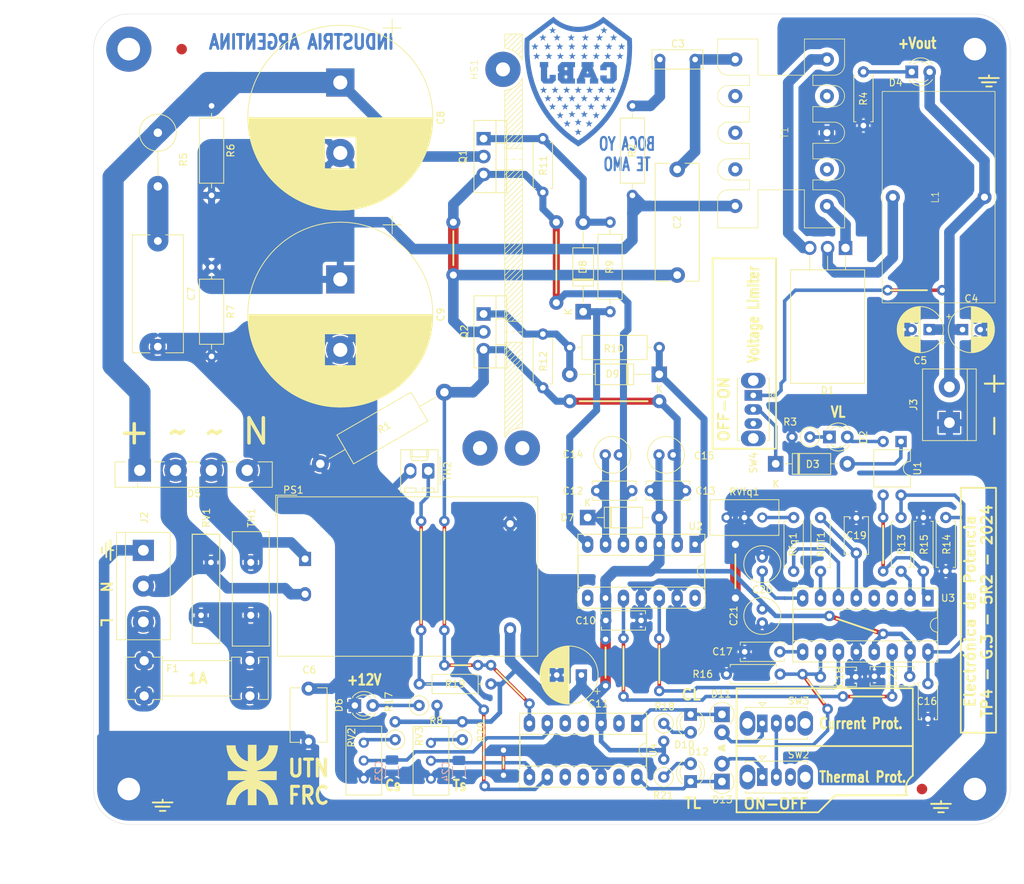
<source format=kicad_pcb>
(kicad_pcb (version 20240108) (generator "pcbnew") (generator_version "8.0")
  (title_block (title "Trabajo Práctico Nº4: Fuente Conmutada Aislada 50W") (date "2024-06-30") (rev "0.4") (company "Universidad Tecnológica Nacional - Facultad Regional Córdoba") (comment 1 "Electrónica de Potencia") (comment 2 "Grupo 3 / Curso 5R2") (comment 3 "Davalle, Lucas E. (Leg. 86189) - Sanchez Serantes, Juan I. (Leg. 86162)") (comment 4 "Philippeaux, Enrique W. (Leg. 86153) - Moreno, Maximiliano (Leg. 86837)"))
  (layers (0 "F.Cu" signal) (31 "B.Cu" signal) (34 "B.Paste" user) (35 "F.Paste" user) (36 "B.SilkS" user "B.Silkscreen") (37 "F.SilkS" user "F.Silkscreen") (38 "B.Mask" user) (39 "F.Mask" user) (44 "Edge.Cuts" user))
  (net 0 "")
  (net 1 "/Tpm")
  (net 2 "GND")
  (net 3 "/Sh")
  (net 4 "GNDPWR")
  (net 5 "Net-(C7-Pad1)")
  (net 6 "+310V")
  (net 7 "+12V")
  (net 8 "/Tpm_c")
  (net 9 "/PWM/VREF")
  (net 10 "+155V")
  (net 11 "/PWM/SHUTDOWN")
  (net 12 "/Sl")
  (net 13 "/T2")
  (net 14 "/T0")
  (net 15 "Net-(D2-A)")
  (net 16 "Net-(D2-K)")
  (net 17 "Net-(D3-A)")
  (net 18 "Net-(D3-K)")
  (net 19 "/T1")
  (net 20 "Net-(D4-K)")
  (net 21 "/RECTIFIER/Line_p_ntc")
  (net 22 "Net-(D7-K)")
  (net 23 "Net-(D8-K)")
  (net 24 "/RECTIFIER/Neutral")
  (net 25 "Net-(D10-K)")
  (net 26 "Net-(D6-A)")
  (net 27 "/CPROT/OUT")
  (net 28 "/Gh")
  (net 29 "VCC")
  (net 30 "/TPROT/OUT")
  (net 31 "/RECTIFIER/Line_p_fuse")
  (net 32 "Net-(D9-K)")
  (net 33 "/Gl")
  (net 34 "/RECTIFIER/Line")
  (net 35 "/PWM/+IN")
  (net 36 "Net-(D10-A)")
  (net 40 "Net-(RVfq1-Pad1)")
  (net 41 "/PWM/-IN")
  (net 45 "Net-(D12-K)")
  (net 46 "Net-(D12-A)")
  (net 47 "Net-(R17-Pad1)")
  (net 48 "Net-(R20-Pad1)")
  (net 50 "/PWM_P")
  (net 51 "/PWM_N")
  (net 52 "Net-(U3-COMP)")
  (net 53 "Net-(U3-CT)")
  (net 54 "Net-(U3-SS)")
  (net 55 "Net-(U4B--)")
  (net 56 "Net-(U4D--)")
  (net 57 "Net-(U4D-+)")
  (net 58 "Net-(U3-DISCH)")
  (net 59 "Net-(U3-RT)")
  (footprint "Package_DIP:DIP-14_W7.62mm_Socket_LongPads" (layer "F.Cu") (at 159.565 128.18 -90)
    (property "Reference" "U4")
    (property "Value" "LM339")
  )
  (footprint "Capacitor_THT:CP_Radial_D6.3mm_P2.50mm" (layer "F.Cu") (at 205.753621 72.299999)
    (property "Reference" "C4")
    (property "Value" "47uF")
  )
  (footprint "Resistor_THT:R_Axial_DIN0207_L6.3mm_D2.5mm_P7.62mm_Horizontal" (layer "F.Cu") (at 200.205 98.97 -90)
    (property "Reference" "R15")
    (property "Value" "1k")
  )
  (footprint "Fuse:Fuseholder_Clip-5x20mm_Schurter_OG_Lateral_P15.00x5.00mm_D1.3mm_Horizontal" (layer "F.Cu") (at 89.68 119.29)
    (property "Reference" "F1")
    (property "Value" "1A")
  )
  (footprint "MountingHole:MountingHole_3.2mm_M3_Pad" (layer "F.Cu") (at 207.5 32.5)
    (property "Reference" "H3" (hide yes))
    (property "Value" "MountingHole_Pad" (hide yes))
  )
  (footprint "Library:TO-220-3_Vertical-altaso" (layer "F.Cu") (at 137.82 45.2 -90)
    (property "Reference" "Q1")
    (property "Value" "IRF840")
  )
  (footprint "Resistor_THT:R_Axial_DIN0309_L9.0mm_D3.2mm_P12.70mm_Horizontal" (layer "F.Cu") (at 158.93 40.55 -90)
    (property "Reference" "R2")
    (property "Value" "10K")
  )
  (footprint "Resistor_THT:R_Axial_DIN0309_L9.0mm_D3.2mm_P12.70mm_Horizontal" (layer "F.Cu") (at 155.755 69.76 90)
    (property "Reference" "R9")
    (property "Value" "4.7")
  )
  (footprint "Capacitor_THT:C_Disc_D6.0mm_W2.5mm_P5.00mm" (layer "F.Cu") (at 179.845 118.02 180)
    (property "Reference" "C17")
    (property "Value" "100nF")
  )
  (footprint "Capacitor_THT:CP_Radial_D26.0mm_P10.00mm_SnapIn" (layer "F.Cu") (at 117.5 65.172117 -90)
    (property "Reference" "C9")
    (property "Value" "330uF")
  )
  (footprint "Button_Switch_THT:SW_Slide_SPDT_Straight_CK_OS102011MS2Q" (layer "F.Cu") (at 177.345 135.8)
    (property "Reference" "SW2")
    (property "Value" "SW_SPDT")
  )
  (footprint "Library:Heatsink0001" (layer "F.Cu") (at 137.82 72.62)
    (property "Reference" "HS1")
    (property "Value" "Heatsink_Pad_3Pin")
  )
  (footprint "Connector_Molex:Molex_KK-254_AE-6410-02A_1x02_P2.54mm_Vertical" (layer "F.Cu") (at 129.974 92.346 180)
    (property "Reference" "TH2")
    (property "Value" "NTC 10K")
  )
  (footprint "Resistor_THT:R_Axial_DIN0207_L6.3mm_D2.5mm_P7.62mm_Horizontal" (layer "F.Cu") (at 197.03 98.97 -90)
    (property "Reference" "R13")
    (property "Value" "10K")
  )
  (footprint "Library:Choke" (layer "F.Cu") (at 202.364 53.504 90)
    (property "Reference" "L1")
    (property "Value" "53uH")
  )
  (footprint "Resistor_THT:R_Axial_DIN0207_L6.3mm_D2.5mm_P7.62mm_Horizontal" (layer "F.Cu") (at 172.265 121.195)
    (property "Reference" "R16")
    (property "Value" "10K")
  )
  (footprint "Capacitor_THT:C_Radial_D5.0mm_H11.0mm_P2.00mm" (layer "F.Cu") (at 162.7 90.08)
    (property "Reference" "C15")
    (property "Value" "22uF")
  )
  (footprint "Capacitor_THT:CP_Radial_D26.0mm_P10.00mm_SnapIn" (layer "F.Cu") (at 117.5 37.232117 -90)
    (property "Reference" "C8")
    (property "Value" "330uF")
  )
  (footprint "Resistor_THT:R_Axial_DIN0309_L9.0mm_D3.2mm_P12.70mm_Horizontal" (layer "F.Cu") (at 99.24 63.41 -90)
    (property "Reference" "R7")
    (property "Value" "100K")
  )
  (footprint "Capacitor_THT:C_Disc_D7.5mm_W5.0mm_P7.50mm" (layer "F.Cu") (at 113 130.75 90)
    (property "Reference" "C6")
    (property "Value" "2.2nF")
  )
  (footprint "Library:TerminalBlock-Pluggable-2_P5.08mm" (layer "F.Cu") (at 203.888 85.508 90)
    (property "Reference" "J3")
    (property "Value" "Screw_Terminal_01x02")
  )
  (footprint "Library:TerminalBlock-Pluggable-3_P5.08mm" (layer "F.Cu") (at 89.57 103.62 -90)
    (property "Reference" "J2")
    (property "Value" "Screw_Terminal_01x03")
  )
  (footprint "Resistor_THT:R_Axial_DIN0207_L6.3mm_D2.5mm_P2.54mm_Vertical" (layer "F.Cu") (at 163.375 135.8 90)
    (property "Reference" "R21")
    (property "Value" "1k")
  )
  (footprint "Library:TO-220-3_Vertical-altaso" (layer "F.Cu") (at 137.82 70.08 -90)
    (property "Reference" "Q2")
    (property "Value" "IRF840")
  )
  (footprint "Button_Switch_THT:SW_Slide_SPDT_Straight_CK_OS102011MS2Q" (layer "F.Cu") (at 176.075 81.635 -90)
    (property "Reference" "SW4")
    (property "Value" "SW_SPDT")
  )
  (footprint "Capacitor_THT:C_Disc_D6.0mm_W2.5mm_P5.00mm" (layer "F.Cu") (at 198.26 121.5 180)
    (property "Reference" "C22")
    (property "Value" "100nF")
  )
  (footprint "Diode_THT:D_DO-41_SOD81_P2.54mm_Vertical_AnodeUp" (layer "F.Cu") (at 171.63 136.435 90)
    (property "Reference" "D13")
    (property "Value" "FR107")
  )
  (footprint "Diode_THT:D_DO-41_SOD81_P2.54mm_Vertical_AnodeUp" (layer "F.Cu") (at 171.63 126.91 -90)
    (property "Reference" "D11")
    (property "Value" "FR107")
  )
  (footprint "Capacitor_THT:C_Rect_L16.5mm_W6.0mm_P15.00mm_MKT" (layer "F.Cu") (at 165.28 64.56 90)
    (property "Reference" "C2")
    (property "Value" "330nF")
  )
  (footprint "Resistor_THT:R_Axial_DIN0207_L6.3mm_D2.5mm_P7.62mm_Horizontal" (layer "F.Cu") (at 146.23 80.555 90)
    (property "Reference" "R12")
    (property "Value" "1k")
  )
  (footprint "Fiducial:Fiducial_1.5mm_Mask3mm" (layer "F.Cu") (at 95 137.5)
    (property "Reference" "FID2" (hide yes))
    (property "Value" "Fiducial")
  )
  (footprint "Library:Transformer" (layer "F.Cu") (at 180.52 44.36 90)
    (property "Reference" "T1")
    (property "Value" "Trafo1" (hide yes))
  )
  (footprint "Resistor_THT:R_Axial_DIN0207_L6.3mm_D2.5mm_P2.54mm_Vertical" (layer "F.Cu") (at 125.275 130.495 90)
    (property "Reference" "R17")
    (property "Value" "68K")
  )
  (footprint "Resistor_THT:R_Axial_DIN0207_L6.3mm_D2.5mm_P10.16mm_Horizontal" (layer "F.Cu") (at 128.704 122.592)
    (property "Reference" "R19")
    (property "Value" "10K")
  )
  (footprint "Capacitor_THT:C_Radial_D5.0mm_H11.0mm_P2.00mm" (layer "F.Cu") (at 177.345 111.94 -90)
    (property "Reference" "C21")
    (property "Value" "22uF")
  )
  (footprint "Resistor_THT:R_Axial_DIN0309_L9.0mm_D3.2mm_P12.70mm_Horizontal" (layer "F.Cu") (at 99.24 40.55 -90)
    (property "Reference" "R6")
    (property "Value" "100K")
  )
  (footprint "Capacitor_THT:C_Rect_L16.5mm_W7.0mm_P15.00mm_MKT" (layer "F.Cu") (at 91.62 59.72 -90)
    (property "Reference" "C7")
    (property "Value" "1uF")
  )
  (footprint "Diode_THT:D_DO-41_SOD81_P10.16mm_Horizontal" (layer "F.Cu") (at 152.58 98.97)
    (property "Reference" "D7")
    (property "Value" "FR107")
  )
  (footprint "Package_DIP:DIP-16_W7.62mm_Socket_LongPads" (layer "F.Cu") (at 200.85 110.41 -90)
    (property "Reference" "U3")
    (property "Value" "SG3525")
  )
  (footprint "Package_DIP:DIP-4_W7.62mm" (layer "F.Cu") (at 197.03 88.175 -90)
    (property "Reference" "U1")
    (property "Value" "LTV-817")
  )
  (footprint "LED_THT:LED_D3.0mm" (layer "F.Cu") (at 167.185 126.91 -90)
    (property "Reference" "D10")
    (property "Value" "RED,3mm")
  )
  (footprint "Resistor_THT:R_Axial_DIN0207_L6.3mm_D2.5mm_P2.54mm_Vertical" (layer "F.Cu") (at 134.8 130.495 90)
    (property "Reference" "R20")
    (property "Value" "10K")
  )
  (footprint "LED_THT:LED_D3.0mm" (layer "F.Cu") (at 186.865 87.54)
    (property "Reference" "D2")
    (property "Value" "RED,3mm")
  )
  (footprint "Resistor_THT:R_Axial_DIN0414_L11.9mm_D4.5mm_P20.32mm_Horizontal" (layer "F.Cu") (at 132.26 81.19 -150)
    (property "Reference" "R1")
    (property "Value" "0R27")
  )
  (footprint "Capacitor_THT:C_Radial_D5.0mm_H11.0mm_P2.00mm" (layer "F.Cu") (at 155.08 90.08)
    (property "Reference" "C14")
    (property "Value" "22uF")
  )
  (footprint "Capacitor_THT:C_Rect_L7.0mm_W2.5mm_P5.00mm" (layer "F.Cu") (at 162.82 33.96)
    (property "Reference" "C3")
    (property "Value" "2.2nF")
  )
  (footprint "Fiducial:Fiducial_1.5mm_Mask3mm" (layer "F.Cu") (at 95 32.5)
    (property "Reference" "FID1" (hide yes))
    (property "Value" "Fiducial")
  )
  (footprint "Capacitor_THT:C_Disc_D6.0mm_W2.5mm_P5.00mm" (layer "F.Cu") (at 161.47 95.16)
    (property "Reference" "C13")
    (property "Value" "100nF")
  )
  (footprint "LED_THT:LED_D3.0mm" (layer "F.Cu") (at 119.555 125.64)
    (property "Reference" "D6")
    (property "Value" "RED,3mm")
  )
  (footprint "Diode_THT:D_DO-41_SOD81_P12.70mm_Horizontal" (layer "F.Cu") (at 162.74 78.65 180)
    (property "Reference" "D9")
    (property "Value" "FR107")
  )
  (footprint "MountingHole:MountingHole_3.2mm_M3_Pad" (layer "F.Cu") (at 87.5 32.5)
    (property "Reference" "H6" (hide yes))
    (property "Value" "MountingHole_Pad" (hide yes))
  )
  (footprint "Capacitor_THT:C_Disc_D16.0mm_W5.0mm_P7.50mm" (layer "F.Cu") (at 104.8 112.84 90)
    (property "Reference" "TH1")
    (property "Value" "5D-15")
  )
  (footprint "Resistor_THT:R_Axial_DIN0207_L6.3mm_D2.5mm_P2.54mm_Vertical" (layer "F.Cu") (at 128.675 125.64)
    (property "Reference" "R8")
    (property "Value" "1k")
  )
  (footprint "Converter_ACDC:Converter_ACDC_Hi-Link_HLK-PMxx" (layer "F.Cu") (at 112.5025 104.847349)
    (property "Reference" "PS1")
    (property "Value" "HLK-PM12")
  )
  (footprint "Button_Switch_THT:SW_Slide_SPDT_Straight_CK_OS102011MS2Q" (layer "F.Cu") (at 177.345 128.18)
    (property "Reference" "SW3")
    (property "Value" "~")
  )
  (footprint "MountingHole:MountingHole_3.2mm_M3_Pad" (layer "F.Cu") (at 87.5 137.5)
    (property "Reference" "H4" (hide yes))
    (property "Value" "MountingHole_Pad" (hide yes))
  )
  (footprint "Capacitor_THT:C_Disc_D5.0mm_W2.5mm_P5.00mm" (layer "F.Cu") (at 200.84 122.545 -90)
    (property "Reference" "C16")
    (property "Value" "10nF")
  )
  (footprint "Capacitor_THT:C_Disc_D5.0mm_W2.5mm_P5.00mm" (layer "F.Cu") (at 185.6 121.576)
    (property "Reference" "C18")
    (property "Value" "10nF")
  )
  (footprint "Diode_THT:D_DO-41_SOD81_P12.70mm_Horizontal" (layer "F.Cu") (at 151.945 69.76 90)
    (property "Reference" "D8")
    (property "Value" "FR107")
  )
  (footprint "Resistor_THT:R_Axial_DIN0207_L6.3mm_D2.5mm_P7.62mm_Horizontal" (layer "F.Cu") (at 185.61 106.6 90)
    (property "Reference" "RDT1")
    (property "Value" "100")
  )
  (footprint "Resistor_THT:R_Axial_DIN0207_L6.3mm_D2.5mm_P7.62mm_Horizontal" (layer "F.Cu") (at 146.23 52.82 90)
    (property "Reference" "R11")
    (property "Value" "1k")
  )
  (footprint "Resistor_THT:R_Axial_DIN0207_L6.3mm_D2.5mm_P2.54mm_Vertical" (layer "F.Cu") (at 184.105 87.54 180)
    (property "Reference" "R3")
    (property "Value" "1k")
  )
  (footprint "Capacitor_THT:C_Disc_D5.1mm_W3.2mm_P5.00mm" (layer "F.Cu") (at 190.69 104.02 90)
    (property "Reference" "C19")
    (property "Value" "1nF")
  )
  (footprint "Varistor:RV_Disc_D15.5mm_W3.9mm_P7.5mm" (layer "F.Cu") (at 99.15 105.34 -90)
    (property "Reference" "RV1")
    (property "Value" "14D471K")
  )
  (footprint "Potentiometer_THT:Potentiometer_Bourns_3296W_Vertical" (layer "F.Cu") (at 177.355 98.97)
    (property "Reference" "RVfq1")
    (property "Value" "5K")
  )
  (footprint "LED_THT:LED_D3.0mm" (layer "F.Cu") (at 198.549 35.724)
    (property "Reference" "D4")
    (property "Value" "RED,3mm")
  )
  (footprint "Resistor_THT:R_Axial_DIN0207_L6.3mm_D2.5mm_P7.62mm_Horizontal" (layer "F.Cu") (at 191.696 43.344 90)
    (property "Reference" "R4")
    (property "Value" "1k")
  )
  (footprint "Resistor_THT:R_Axial_DIN0309_L9.0mm_D3.2mm_P12.70mm_Horizontal" (layer "F.Cu") (at 162.74 74.84 180)
    (property "Reference" "R10")
    (property "Value" "4.7")
  )
  (footprint "Capacitor_THT:C_Disc_D6.0mm_W2.5mm_P5.00mm" (layer "F.Cu") (at 153.85 95.16)
    (property "Reference" "C12")
    (property "Value" "100nF")
  )
  (footprint "Resistor_THT:R_Axial_DIN0207_L6.3mm_D2.5mm_P2.54mm_Vertical" (layer "F.Cu") (at 163.375 128.18 -90)
    (property "Reference" "R18")
    (property "Value" "1k")
  )
  (footprint "Resistor_THT:R_Axial_DIN0207_L6.3mm_D2.5mm_P7.62mm_Horizontal" (layer "F.Cu") (at 181.8 106.6 90)
    (property "Reference" "Rfq1")
    (property "Value" "15k")
  )
  (footprint "Package_DIP:DIP-14_W7.62mm_Socket_LongPads" (layer "F.Cu") (at 167.82 102.78 -90)
    (property "Reference" "U2")
    (property "Value" "IR2110")
  )
  (footprint "Package_TO_SOT_THT:TO-220F-3_Horizontal_TabDown" (layer "F.Cu") (at 189.156 60.71 180)
    (property "Reference" "D1")
    (property "Value" "MBR30H100CTG")
  )
  (footprint "Resistor_THT:R_Axial_DIN0207_L6.3mm_D2.5mm_P7.62mm_Horizontal" (layer "F.Cu") (at 203.38 106.59 90)
    (property "Reference" "R14")
    (property "Value" "10K")
  )
  (footprint "Diode_THT:D_DO-41_SOD81_P10.16mm_Horizontal" (layer "F.Cu") (at 179.25 91.35)
    (property "Reference" "D3")
    (property "Value" "21V 1W")
  )
  (footprint "Capacitor_THT:C_Disc_D6.0mm_W2.5mm_P5.00mm" (layer "F.Cu") (at 155.16 113.575)
    (property "Reference" "C10")
    (property "Value" "100nF")
  )
  (footprint "Resistor_THT:R_Axial_DIN0516_L15.5mm_D5.0mm_P7.62mm_Vertical" (layer "F.Cu") (at 91.62 44.36 -90)
    (property "Reference" "R5")
    (property "Value" "50")
  )
  (footprint "LED_THT:LED_D3.0mm" (layer "F.Cu") (at 167.185 136.435 90)
    (property "Reference" "D12")
    (property "Value" "RED,3mm")
  )
  (footprint "Capacitor_THT:CP_Radial_D8.0mm_P3.50mm" (layer "F.Cu") (at 151.692651 121.322 180)
    (property "Reference" "C11")
    (property "Value" "330uF")
  )
  (footprint "Potentiometer_THT:Potentiometer_Bourns_3296W_Vertical" (layer "F.Cu") (at 130.355 130.95 90)
    (property "Reference" "RV3")
    (property "Value" "5K")
  )
  (footprint "Capacitor_THT:C_Radial_D5.0mm_H11.0mm_P2.00mm" (layer "F.Cu") (at 177.345 106.59 90)
    (property "Reference" "C20")
    (property "Value" "22uF")
  )
  (footprint "Potentiometer_THT:Potentiometer_Bourns_3296W_Vertical" (layer "F.Cu") (at 120.83 130.92 90)
    (property "Reference" "RV2")
    (property "Value" "5K")
  )
  (footprint "Capacitor_THT:CP_Radial_D6.3mm_P2.50mm" (layer "F.Cu") (at 201.00638 72.3 180)
    (property "Reference" "C5")
    (property "Value" "47uF")
  )
  (footprint "MountingHole:MountingHole_3.2mm_M3_Pad" (layer "F.Cu") (at 207.5 137.5)
    (property "Reference" "H5" (hide yes))
    (property "Value" "MountingHole_Pad" (hide yes))
  )
  (footprint "Fiducial:Fiducial_1.5mm_Mask3mm" (layer "F.Cu") (at 200 137.5)
    (property "Reference" "FID3" (hide yes))
    (property "Value" "Fiducial")
  )
  (footprint "Diode_THT:Diode_Bridge_Vishay_GBU" (layer "F.Cu") (at 89.05 92.27)
    (property "Reference" "D5")
    (property "Value" "GBU606")
  )
  (footprint "Capacitor_SMD:C_1206_3216Metric_Pad1.33x1.80mm_HandSolder" (layer "B.Cu") (at 134.325 135 -90)
    (property "Reference" "C24")
    (property "Value" "100nF 1206")
  )
  (footprint "Capacitor_SMD:C_1206_3216Metric_Pad1.33x1.80mm_HandSolder" (layer "B.Cu") (at 124.825 134.9375 -90)
    (property "Reference" "C23")
    (property "Value" "100nF 1206")
  )
  (gr_poly (pts (xy 151.109262 38.154674) (xy 150.718736 38.154674) (xy 151.036766 38.38465) (xy 150.9131 38.753479) (xy 151.231234 38.529324) (xy 151.542913 38.753479) (xy 151.422581 38.386925) (xy 151.742515 38.154674) (xy 151.347704 38.153722) (xy 151.228007 37.784575)) (stroke (width -0.000001)) (fill solid) (layer "B.Cu"))
  (gr_poly (pts (xy 154.745324 40.51317) (xy 154.354905 40.51317) (xy 154.672882 40.743252) (xy 154.549268 41.112028) (xy 154.867403 40.88782) (xy 155.179029 41.112028) (xy 155.058697 40.745422) (xy 155.378578 40.51317) (xy 154.98382 40.51227) (xy 154.864122 40.143071)) (stroke (width -0.000001)) (fill solid) (layer "B.Cu"))
  (gr_poly (pts (xy 151.109262 42.713074) (xy 150.718736 42.713074) (xy 151.036766 42.942998) (xy 150.9131 43.311774) (xy 151.231234 43.087723) (xy 151.542913 43.311774) (xy 151.422581 42.945167) (xy 151.742515 42.713074) (xy 151.347704 42.712122) (xy 151.228007 42.34287)) (stroke (width -0.000001)) (fill solid) (layer "B.Cu"))
  (gr_poly (pts (xy 146.815497 39.333922) (xy 146.425078 39.333922) (xy 146.743055 39.564004) (xy 146.619336 39.93278) (xy 146.937365 39.708572) (xy 147.249097 39.93278) (xy 147.128764 39.566173) (xy 147.448751 39.333922) (xy 147.05394 39.333023) (xy 146.93419 38.963823)) (stroke (width -0.000001)) (fill solid) (layer "B.Cu"))
  (gr_poly (pts (xy 151.709654 35.064181) (xy 151.866817 35.064181) (xy 151.174825 36.660837) (xy 151.045286 36.660837) (xy 151.045286 37.390822) (xy 152.231836 37.390822) (xy 152.232841 36.660837) (xy 152.085997 36.660837) (xy 152.139814 36.530397) (xy 152.992195 36.530397) (xy 153.046064 36.660837) (xy 152.899168 36.660837) (xy 152.897633 37.390822) (xy 154.086565 37.390822) (xy 154.086565 36.660837) (xy 153.957342 36.660837) (xy 153.645803 35.942175) (xy 152.754494 35.942175) (xy 152.382754 35.942281) (xy 152.565317 35.580331) (xy 152.754494 35.942175) (xy 153.645803 35.942175) (xy 153.265192 35.064181) (xy 153.422513 35.064181) (xy 153.421455 34.330016) (xy 151.710501 34.330016)) (stroke (width -0.000001)) (fill solid) (layer "B.Cu"))
  (gr_poly (pts (xy 145.792565 35.064182) (xy 145.947294 35.064182) (xy 145.946554 36.940977) (xy 146.3393 37.390769) (xy 147.57247 37.390769) (xy 148.06158 36.937485) (xy 148.060627 36.141672) (xy 147.192582 36.141143) (xy 147.191682 36.660837) (xy 146.838834 36.659356) (xy 146.837458 35.064182) (xy 146.991816 35.064182) (xy 146.991816 34.330017) (xy 145.79484 34.330017)) (stroke (width -0.000001)) (fill solid) (layer "B.Cu"))
  (gr_poly (pts (xy 152.138914 30.716232) (xy 151.748442 30.716232) (xy 152.066418 30.946155) (xy 151.942858 31.314984) (xy 152.260887 31.090829) (xy 152.572566 31.314984) (xy 152.452234 30.948377) (xy 152.772115 30.716232) (xy 152.377357 30.715226) (xy 152.257659 30.34608)) (stroke (width -0.000001)) (fill solid) (layer "B.Cu"))
  (gr_poly (pts (xy 151.978682 41.58722) (xy 151.588158 41.58722) (xy 151.906187 41.817196) (xy 151.78252 42.185972) (xy 152.100655 41.961764) (xy 152.412282 42.185972) (xy 152.291949 41.819366) (xy 152.61183 41.58722) (xy 152.217125 41.586214) (xy 152.097321 41.217014)) (stroke (width -0.000001)) (fill solid) (layer "B.Cu"))
  (gr_poly (pts (xy 155.306346 33.346931) (xy 154.915822 33.346931) (xy 155.233904 33.576854) (xy 155.110185 33.945683) (xy 155.428319 33.721581) (xy 155.739946 33.945683) (xy 155.619719 33.579076) (xy 155.939548 33.346931) (xy 155.544789 33.345872) (xy 155.425039 32.976673)) (stroke (width -0.000001)) (fill solid) (layer "B.Cu"))
  (gr_poly (pts (xy 153.664395 41.745969) (xy 153.273923 41.745969) (xy 153.591953 41.975947) (xy 153.468287 42.344723) (xy 153.786421 42.120515) (xy 154.098048 42.344723) (xy 153.977768 41.978115) (xy 154.297649 41.745969) (xy 153.902944 41.744964) (xy 153.78314 41.375765)) (stroke (width -0.000001)) (fill solid) (layer "B.Cu"))
  (gr_poly (pts (xy 148.124815 30.716232) (xy 147.734343 30.716232) (xy 148.052372 30.946155) (xy 147.928653 31.314984) (xy 148.246735 31.090829) (xy 148.558308 31.314984) (xy 148.438029 30.948377) (xy 148.757962 30.716232) (xy 148.363257 30.715226) (xy 148.24356 30.34608)) (stroke (width -0.000001)) (fill solid) (layer "B.Cu"))
  (gr_poly (pts (xy 150.239894 39.333922) (xy 149.849368 39.333922) (xy 150.167398 39.564004) (xy 150.043785 39.93278) (xy 150.361919 39.708572) (xy 150.673546 39.93278) (xy 150.553213 39.566173) (xy 150.873147 39.333922) (xy 150.47839 39.333023) (xy 150.358639 38.963823)) (stroke (width -0.000001)) (fill solid) (layer "B.Cu"))
  (gr_poly (pts (xy 147.473146 40.51317) (xy 147.082674 40.51317) (xy 147.400703 40.743252) (xy 147.27709 41.112028) (xy 147.595225 40.88782) (xy 147.90685 41.112028) (xy 147.786518 40.745422) (xy 148.1064 40.51317) (xy 147.711694 40.51227) (xy 147.591891 40.143071)) (stroke (width -0.000001)) (fill solid) (layer "B.Cu"))
  (gr_poly (pts (xy 154.77718 29.680547) (xy 154.386708 29.680547) (xy 154.704684 29.910523) (xy 154.581018 30.279299) (xy 154.899153 30.055197) (xy 155.210726 30.279299) (xy 155.0905 29.912745) (xy 155.410381 29.680547) (xy 155.015623 29.679595) (xy 154.895819 29.310342)) (stroke (width -0.000001)) (fill solid) (layer "B.Cu"))
  (gr_poly (pts (xy 154.37115 34.865111) (xy 154.371309 35.49757) (xy 155.293488 35.49757) (xy 155.293488 35.064182) (xy 155.794926 35.064182) (xy 155.794926 36.660837) (xy 155.293488 36.660837) (xy 155.294546 36.233747) (xy 154.371309 36.233852) (xy 154.37115 36.854988) (xy 154.875182 37.390769) (xy 156.213973 37.390769) (xy 156.717105 36.855517) (xy 156.717105 34.864369) (xy 156.214344 34.330017) (xy 154.8746 34.330017)) (stroke (width -0.000001)) (fill solid) (layer "B.Cu"))
  (gr_poly (pts (xy 145.221912 33.346931) (xy 144.831441 33.346931) (xy 145.14947 33.576854) (xy 145.025855 33.945683) (xy 145.343885 33.721581) (xy 145.655511 33.945683) (xy 145.535178 33.579076) (xy 145.855166 33.346931) (xy 145.460461 33.345872) (xy 145.340658 32.976673)) (stroke (width -0.000001)) (fill solid) (layer "B.Cu"))
  (gr_poly (pts (xy 148.502746 31.986179) (xy 148.112273 31.986179) (xy 148.43025 32.216102) (xy 148.306689 32.584931) (xy 148.624666 32.360829) (xy 148.936292 32.584931) (xy 148.815959 32.218325) (xy 149.135947 31.986179) (xy 148.741241 31.985227) (xy 148.621437 31.616027)) (stroke (width -0.000001)) (fill solid) (layer "B.Cu"))
  (gr_poly (pts (xy 148.501263 39.333922) (xy 148.110738 39.333922) (xy 148.428821 39.564004) (xy 148.305155 39.93278) (xy 148.623237 39.708572) (xy 148.934811 39.93278) (xy 148.81453 39.566173) (xy 149.134465 39.333922) (xy 148.739706 39.333023) (xy 148.619903 38.963823)) (stroke (width -0.000001)) (fill solid) (layer "B.Cu"))
  (gr_poly (pts (xy 151.987731 33.346931) (xy 151.597206 33.346931) (xy 151.915236 33.576854) (xy 151.791622 33.945683) (xy 152.109757 33.721581) (xy 152.42133 33.945683) (xy 152.30105 33.579076) (xy 152.620932 33.346931) (xy 152.226227 33.345872) (xy 152.106423 32.976673)) (stroke (width -0.000001)) (fill solid) (layer "B.Cu"))
  (gr_poly (pts (xy 152.742111 38.154674) (xy 152.351639 38.154674) (xy 152.669668 38.38465) (xy 152.546002 38.753479) (xy 152.864137 38.529324) (xy 153.17571 38.753479) (xy 153.055431 38.386925) (xy 153.375312 38.154674) (xy 152.980606 38.153722) (xy 152.860803 37.784575)) (stroke (width -0.000001)) (fill solid) (layer "B.Cu"))
  (gr_poly (pts (xy 148.593445 33.346931) (xy 148.203025 33.346931) (xy 148.521001 33.576854) (xy 148.397335 33.945683) (xy 148.715365 33.721581) (xy 149.02699 33.945683) (xy 148.906711 33.579076) (xy 149.226698 33.346931) (xy 148.83194 33.345872) (xy 148.71219 32.976673)) (stroke (width -0.000001)) (fill solid) (layer "B.Cu"))
  (gr_poly (pts (xy 152.666493 42.924741) (xy 152.276021 42.924741) (xy 152.59405 43.154664) (xy 152.470384 43.52344) (xy 152.788519 43.29939) (xy 153.100198 43.52344) (xy 152.979866 43.156834) (xy 153.299747 42.924741) (xy 152.904988 42.923789) (xy 152.785238 42.554537)) (stroke (width -0.000001)) (fill solid) (layer "B.Cu"))
  (gr_poly (pts (xy 153.764196 31.986179) (xy 153.373724 31.986179) (xy 153.691754 32.216102) (xy 153.568034 32.584931) (xy 153.886169 32.360829) (xy 154.197848 32.584931) (xy 154.077569 32.218325) (xy 154.397398 31.986179) (xy 154.002639 31.985227) (xy 153.882942 31.616027)) (stroke (width -0.000001)) (fill solid) (layer "B.Cu"))
  (gr_poly (pts (xy 153.673497 33.346931) (xy 153.283025 33.346931) (xy 153.601001 33.576854) (xy 153.477335 33.945683) (xy 153.79547 33.721581) (xy 154.107149 33.945683) (xy 153.986817 33.579076) (xy 154.306698 33.346931) (xy 153.911887 33.345872) (xy 153.792242 32.976673)) (stroke (width -0.000001)) (fill solid) (layer "B.Cu"))
  (gr_poly (pts (xy 154.14218 30.716232) (xy 153.751708 30.716232) (xy 154.069737 30.946155) (xy 153.946018 31.314984) (xy 154.264153 31.090829) (xy 154.575832 31.314984) (xy 154.4555 30.948377) (xy 154.775434 30.716232) (xy 154.380623 30.715226) (xy 154.26082 30.34608)) (stroke (width -0.000001)) (fill solid) (layer "B.Cu"))
  (gr_poly (pts (xy 156.153013 30.716232) (xy 155.762541 30.716232) (xy 156.08057 30.946155) (xy 155.956851 31.314984) (xy 156.274986 31.090829) (xy 156.586613 31.314984) (xy 156.46628 30.948377) (xy 156.786214 30.716232) (xy 156.391456 30.715226) (xy 156.271652 30.34608)) (stroke (width -0.000001)) (fill solid) (layer "B.Cu"))
  (gr_poly (pts (xy 157.279345 31.986179) (xy 156.888872 31.986179) (xy 157.206902 32.216102) (xy 157.083182 32.584931) (xy 157.401317 32.360829) (xy 157.712944 32.584931) (xy 157.592717 32.218325) (xy 157.912598 31.986179) (xy 157.51784 31.985227) (xy 157.398037 31.616027)) (stroke (width -0.000001)) (fill solid) (layer "B.Cu"))
  (gr_poly (pts (xy 152.040648 31.986179) (xy 151.650123 31.986179) (xy 151.968153 32.216102) (xy 151.844539 32.584931) (xy 152.162674 32.360829) (xy 152.474247 32.584931) (xy 152.353967 32.218325) (xy 152.673849 31.986179) (xy 152.279143 31.985227) (xy 152.15934 31.616027)) (stroke (width -0.000001)) (fill solid) (layer "B.Cu"))
  (gr_poly (pts (xy 151.109262 44.119599) (xy 150.718736 44.119599) (xy 151.036766 44.349522) (xy 150.9131 44.718404) (xy 151.231234 44.49425) (xy 151.542913 44.718404) (xy 151.422581 44.351798) (xy 151.742515 44.119599) (xy 151.347704 44.118647) (xy 151.228007 43.7495)) (stroke (width -0.000001)) (fill solid) (layer "B.Cu"))
  (gr_poly (pts (xy 157.044977 33.346931) (xy 156.654505 33.346931) (xy 156.972534 33.576854) (xy 156.848868 33.945683) (xy 157.167002 33.721581) (xy 157.478629 33.945683) (xy 157.358296 33.579076) (xy 157.678178 33.346931) (xy 157.283472 33.345872) (xy 157.163722 32.976673)) (stroke (width -0.000001)) (fill solid) (layer "B.Cu"))
  (gr_poly (pts (xy 149.264639 40.51317) (xy 148.874168 40.51317) (xy 149.192197 40.743252) (xy 149.06853 41.112028) (xy 149.386719 40.88782) (xy 149.698398 41.112028) (xy 149.578118 40.745422) (xy 149.897946 40.51317) (xy 149.503135 40.51227) (xy 149.383385 40.143071)) (stroke (width -0.000001)) (fill solid) (layer "B.Cu"))
  (gr_poly (pts (xy 146.210819 38.154674) (xy 145.820241 38.154674) (xy 146.13827 38.38465) (xy 146.014657 38.753479) (xy 146.332633 38.529324) (xy 146.644259 38.753479) (xy 146.524086 38.386925) (xy 146.843967 38.154674) (xy 146.449261 38.153722) (xy 146.329459 37.784575)) (stroke (width -0.000001)) (fill solid) (layer "B.Cu"))
  (gr_poly (pts (xy 150.239946 41.58722) (xy 149.849368 41.58722) (xy 150.167398 41.817196) (xy 150.043785 42.185972) (xy 150.361919 41.961764) (xy 150.673652 42.185972) (xy 150.553319 41.819366) (xy 150.8732 41.58722) (xy 150.478442 41.586214) (xy 150.358639 41.217014)) (stroke (width -0.000001)) (fill solid) (layer "B.Cu"))
  (gr_poly (pts (xy 150.128028 30.716232) (xy 149.737556 30.716232) (xy 150.055585 30.946155) (xy 149.931866 31.314984) (xy 150.250106 31.090829) (xy 150.56168 31.314984) (xy 150.4414 30.948377) (xy 150.761281 30.716232) (xy 150.366576 30.715226) (xy 150.246773 30.34608)) (stroke (width -0.000001)) (fill solid) (layer "B.Cu"))
  (gr_poly (pts (xy 149.476412 38.154674) (xy 149.08594 38.154674) (xy 149.403916 38.38465) (xy 149.280303 38.753479) (xy 149.598385 38.529324) (xy 149.910064 38.753479) (xy 149.789785 38.386925) (xy 150.109613 38.154674) (xy 149.714855 38.153722) (xy 149.595104 37.784575)) (stroke (width -0.000001)) (fill solid) (layer "B.Cu"))
  (gr_poly (pts (xy 144.987597 31.986179) (xy 144.597179 31.986179) (xy 144.915154 32.216102) (xy 144.791436 32.584931) (xy 145.109466 32.360829) (xy 145.421197 32.584931) (xy 145.300863 32.218325) (xy 145.62085 31.986179) (xy 145.226145 31.985227) (xy 145.106396 31.616027)) (stroke (width -0.000001)) (fill solid) (layer "B.Cu"))
  (gr_poly (pts (xy 146.960648 33.346931) (xy 146.570176 33.346931) (xy 146.888205 33.576854) (xy 146.764592 33.945683) (xy 147.082568 33.721581) (xy 147.394194 33.945683) (xy 147.273914 33.579076) (xy 147.593849 33.346931) (xy 147.199144 33.345872) (xy 147.079393 32.976673)) (stroke (width -0.000001)) (fill solid) (layer "B.Cu"))
  (gr_poly (pts (xy 151.109262 40.51317) (xy 150.718736 40.51317) (xy 151.036766 40.743252) (xy 150.9131 41.112028) (xy 151.231234 40.88782) (xy 151.542913 41.112028) (xy 151.422581 40.745422) (xy 151.742515 40.51317) (xy 151.347704 40.51227) (xy 151.228007 40.143071)) (stroke (width -0.000001)) (fill solid) (layer "B.Cu"))
  (gr_poly (pts (xy 148.554075 41.745969) (xy 148.163655 41.745969) (xy 148.481631 41.975947) (xy 148.357966 42.344723) (xy 148.676153 42.120515) (xy 148.987727 42.344723) (xy 148.867447 41.978115) (xy 149.187276 41.745969) (xy 148.792517 41.744964) (xy 148.672767 41.375765)) (stroke (width -0.000001)) (fill solid) (layer "B.Cu"))
  (gr_poly (pts (xy 147.843562 38.154674) (xy 147.453091 38.154674) (xy 147.77112 38.38465) (xy 147.647506 38.753479) (xy 147.965536 38.529324) (xy 148.277161 38.753479) (xy 148.156829 38.386925) (xy 148.476763 38.154674) (xy 148.08211 38.153722) (xy 147.962308 37.784575)) (stroke (width -0.000001)) (fill solid) (layer "B.Cu"))
  (gr_poly (pts (xy 147.489815 29.680547) (xy 147.099343 29.680547) (xy 147.417371 29.910523) (xy 147.293758 30.279299) (xy 147.611735 30.055197) (xy 147.92336 30.279299) (xy 147.803081 29.912745) (xy 148.123015 29.680547) (xy 147.72831 29.679595) (xy 147.60856 29.310342)) (stroke (width -0.000001)) (fill solid) (layer "B.Cu"))
  (gr_poly (pts (xy 154.590008 28.065626) (xy 154.396117 28.228697) (xy 154.196822 28.380371) (xy 153.992433 28.520688) (xy 153.783257 28.649686) (xy 153.569604 28.767407) (xy 153.351782 28.87389) (xy 153.1301 28.969175) (xy 152.904866 29.053301) (xy 152.676388 29.126308) (xy 152.444974 29.188237) (xy 152.210935 29.239128) (xy 151.974577 29.279019) (xy 151.73621 29.307951) (xy 151.496143 29.325963) (xy 151.254682 29.333096) (xy 151.013268 29.326132) (xy 150.773238 29.308271) (xy 150.534904 29.279473) (xy 150.298572 29.239701) (xy 150.064552 29.188915) (xy 149.833154 29.127078) (xy 149.604685 29.05415) (xy 149.379455 28.970092) (xy 149.157773 28.874868) (xy 148.939947 28.768436) (xy 148.726287 28.65076) (xy 148.517102 28.521801) (xy 148.312699 28.38152) (xy 148.113389 28.229878) (xy 147.91948 28.066836) (xy 147.73128 27.892357) (xy 143.652872 30.972479) (xy 143.625912 31.596979) (xy 143.617192 32.212867) (xy 143.626596 32.820071) (xy 143.654006 33.418523) (xy 143.699305 34.008152) (xy 143.762374 34.588888) (xy 143.843097 35.160661) (xy 143.941355 35.723402) (xy 144.057032 36.277039) (xy 144.19001 36.821504) (xy 144.34017 37.356726) (xy 144.507397 37.882635) (xy 144.691571 38.399161) (xy 144.892576 38.906235) (xy 145.110294 39.403786) (xy 145.344608 39.891744) (xy 145.595399 40.370039) (xy 145.862551 40.838601) (xy 146.145945 41.297361) (xy 146.445465 41.746247) (xy 146.760992 42.185191) (xy 147.09241 42.614122) (xy 147.4396 43.03297) (xy 147.802445 43.441666) (xy 148.180827 43.840138) (xy 148.57463 44.228318) (xy 148.983735 44.606135) (xy 149.408025 44.973519) (xy 149.847382 45.330401) (xy 150.301689 45.676709) (xy 151.254682 46.337328) (xy 152.207723 45.676541) (xy 153.101433 44.973203) (xy 153.93487 44.227873) (xy 154.707095 43.44111) (xy 155.417166 42.613471) (xy 156.064142 41.745515) (xy 156.647084 40.837802) (xy 157.165051 39.890889) (xy 157.617102 38.905336) (xy 158.002296 37.881701) (xy 158.319694 36.820542) (xy 158.568353 35.722418) (xy 158.747334 34.587888) (xy 158.855697 33.41751) (xy 158.888876 32.33054) (xy 158.200953 32.33054) (xy 158.173354 33.328459) (xy 158.086197 34.322835) (xy 157.938871 35.310389) (xy 157.730763 36.287844) (xy 157.461261 37.251923) (xy 157.129752 38.199348) (xy 156.735623 39.126843) (xy 156.278262 40.031128) (xy 155.757056 40.908928) (xy 155.47232 41.336872) (xy 155.171394 41.756965) (xy 154.8542 42.168798) (xy 154.520661 42.571961) (xy 154.170703 42.966044) (xy 153.804247 43.350638) (xy 153.421218 43.725334) (xy 153.021538 44.089721) (xy 152.605132 44.443389) (xy 152.171922 44.78593) (xy 151.721832 45.116933) (xy 151.254786 45.435989) (xy 150.337677 44.785674) (xy 149.488084 44.089232) (xy 148.705393 43.349941) (xy 147.988993 42.571076) (xy 147.338272 41.755913) (xy 146.752618 40.90773) (xy 146.231418 40.029803) (xy 145.77406 39.125408) (xy 145.379932 38.197822) (xy 145.048423 37.250322) (xy 144.778919 36.286183) (xy 144.570809 35.308683) (xy 144.423481 34.321098) (xy 144.336323 33.326704) (xy 144.308722 32.328778) (xy 144.340066 31.330597) (xy 147.692729 28.792457) (xy 147.903679 28.942681) (xy 148.116838 29.083855) (xy 148.332067 29.215896) (xy 148.549226 29.338722) (xy 148.768176 29.45225) (xy 148.988776 29.556398) (xy 149.210887 29.651083) (xy 149.434368 29.736223) (xy 149.65908 29.811735) (xy 149.884884 29.877536) (xy 150.111638 29.933544) (xy 150.339204 29.979677) (xy 150.567442 30.015851) (xy 150.796211 30.041985) (xy 151.025373 30.057996) (xy 151.254786 30.063801) (xy 151.484242 30.058285) (xy 151.713432 30.042529) (xy 151.942219 30.016618) (xy 152.170464 29.980636) (xy 152.398029 29.934668) (xy 152.624776 29.878799) (xy 152.850567 29.813113) (xy 153.075263 29.737697) (xy 153.298727 29.652633) (xy 153.520819 29.558009) (xy 153.741402 29.453907) (xy 153.960338 29.340413) (xy 154.177488 29.217612) (xy 154.392714 29.085589) (xy 154.605878 28.944428) (xy 154.816842 28.794214) (xy 158.169609 31.332354) (xy 158.200953 32.33054) (xy 158.888876 32.33054) (xy 158.892499 32.211843) (xy 158.856802 30.971446) (xy 154.778188 27.891117)) (stroke (width -0.000001)) (fill solid) (layer "B.Cu"))
  (gr_poly (pts (xy 146.113982 30.716232) (xy 145.72351 30.716232) (xy 146.041538 30.946155) (xy 145.91782 31.314984) (xy 146.235902 31.090829) (xy 146.547527 31.314984) (xy 146.427248 30.948377) (xy 146.747182 30.716232) (xy 146.352477 30.715226) (xy 146.232726 30.34608)) (stroke (width -0.000001)) (fill solid) (layer "B.Cu"))
  (gr_poly (pts (xy 152.953778 40.51317) (xy 152.563306 40.51317) (xy 152.881335 40.743252) (xy 152.757669 41.112028) (xy 153.075804 40.88782) (xy 153.387377 41.112028) (xy 153.267097 40.745422) (xy 153.586978 40.51317) (xy 153.192273 40.51227) (xy 153.07247 40.143071)) (stroke (width -0.000001)) (fill solid) (layer "B.Cu"))
  (gr_poly (pts (xy 156.00781 38.154674) (xy 155.617338 38.154674) (xy 155.935367 38.38465) (xy 155.811648 38.753479) (xy 156.129783 38.529324) (xy 156.441409 38.753479) (xy 156.321183 38.386925) (xy 156.641064 38.154674) (xy 156.246306 38.153722) (xy 156.126502 37.784575)) (stroke (width -0.000001)) (fill solid) (layer "B.Cu"))
  (gr_poly (pts (xy 154.374908 38.154674) (xy 153.984489 38.154674) (xy 154.302465 38.38465) (xy 154.178851 38.753479) (xy 154.496986 38.529324) (xy 154.808612 38.753479) (xy 154.68828 38.386925) (xy 155.008161 38.154674) (xy 154.613403 38.153722) (xy 154.493706 37.784575)) (stroke (width -0.000001)) (fill solid) (layer "B.Cu"))
  (gr_poly (pts (xy 155.403078 39.333922) (xy 155.012554 39.333922) (xy 155.330582 39.564004) (xy 155.206916 39.93278) (xy 155.525051 39.708572) (xy 155.836625 39.93278) (xy 155.716345 39.566173) (xy 156.036279 39.333922) (xy 155.641521 39.333023) (xy 155.521718 38.963823)) (stroke (width -0.000001)) (fill solid) (layer "B.Cu"))
  (gr_poly (pts (xy 151.978577 39.333922) (xy 151.588104 39.333922) (xy 151.906134 39.564004) (xy 151.782468 39.93278) (xy 152.100602 39.708572) (xy 152.412282 39.93278) (xy 152.291949 39.566173) (xy 152.61183 39.333922) (xy 152.217125 39.333023) (xy 152.097321 38.963823)) (stroke (width -0.000001)) (fill solid) (layer "B.Cu"))
  (gr_poly (pts (xy 150.279264 33.346931) (xy 149.888792 33.346931) (xy 150.206767 33.576854) (xy 150.083102 33.945683) (xy 150.401237 33.721581) (xy 150.712916 33.945683) (xy 150.592583 33.579076) (xy 150.912465 33.346931) (xy 150.517759 33.345872) (xy 150.398009 32.976673)) (stroke (width -0.000001)) (fill solid) (layer "B.Cu"))
  (gr_poly (pts (xy 150.226347 31.986179) (xy 149.835876 31.986179) (xy 150.153851 32.216102) (xy 150.030185 32.584931) (xy 150.34832 32.360829) (xy 150.659999 32.584931) (xy 150.539667 32.218325) (xy 150.859548 31.986179) (xy 150.464842 31.985227) (xy 150.345093 31.616027)) (stroke (width -0.000001)) (fill solid) (layer "B.Cu"))
  (gr_poly (pts (xy 146.77925 31.986179) (xy 146.388672 31.986179) (xy 146.706807 32.216102) (xy 146.583088 32.584931) (xy 146.901117 32.360829) (xy 147.212796 32.584931) (xy 147.092516 32.218325) (xy 147.412504 31.986179) (xy 147.017692 31.985227) (xy 146.897994 31.616027)) (stroke (width -0.000001)) (fill solid) (layer "B.Cu"))
  (gr_poly (pts (xy 149.551977 42.924741) (xy 149.161452 42.924741) (xy 149.479481 43.154664) (xy 149.355868 43.52344) (xy 149.674109 43.29939) (xy 149.985628 43.52344) (xy 149.865403 43.156834) (xy 150.185231 42.924741) (xy 149.790473 42.923789) (xy 149.670722 42.554537)) (stroke (width -0.000001)) (fill solid) (layer "B.Cu"))
  (gr_poly (pts (xy 155.487745 31.986179) (xy 155.097273 31.986179) (xy 155.415302 32.216102) (xy 155.291636 32.584931) (xy 155.609771 32.360829) (xy 155.921397 32.584931) (xy 155.801117 32.218325) (xy 156.120999 31.986179) (xy 155.726241 31.985227) (xy 155.60649 31.616027)) (stroke (width -0.000001)) (fill solid) (layer "B.Cu"))
  (gr_poly (pts (xy 153.717312 39.333922) (xy 153.32684 39.333922) (xy 153.64487 39.564004) (xy 153.52115 39.93278) (xy 153.839285 39.708572) (xy 154.150911 39.93278) (xy 154.030632 39.566173) (xy 154.350566 39.333922) (xy 153.955755 39.333023) (xy 153.836005 38.963823)) (stroke (width -0.000001)) (fill solid) (layer "B.Cu"))
  (gr_poly (pts (xy 148.354579 34.857808) (xy 148.354579 35.621236) (xy 148.564076 35.775859) (xy 148.354579 35.925507) (xy 148.354579 36.85102) (xy 148.881788 37.390823) (xy 150.792926 37.390823) (xy 150.792926 36.660838) (xy 150.548398 36.660838) (xy 150.548 36.232) (xy 149.690936 36.232) (xy 149.690936 36.660837) (xy 149.310624 36.660837) (xy 149.310624 36.232423) (xy 149.690936 36.232) (xy 150.548 36.232) (xy 150.546917 35.064183) (xy 149.690936 35.064183) (xy 149.690936 35.484976) (xy 149.310624 35.4854) (xy 149.310624 35.064183) (xy 149.690936 35.064183) (xy 150.546917 35.064183) (xy 150.546916 35.063337) (xy 150.792926 35.064236) (xy 150.792926 34.330017) (xy 148.879036 34.330017)) (stroke (width -0.000001)) (fill solid) (layer "B.Cu"))
  (gr_line (start 185.3 140.8) (end 187.7 138.4) (stroke (width 0.25)) (layer "F.SilkS"))
  (gr_line (start 173.535 104.177) (end 173.535 109.003) (stroke (width 0.25)) (layer "F.SilkS"))
  (gr_line (start 209.5 36.6) (end 208.1 36.6) (stroke (width 0.25)) (layer "F.SilkS"))
  (gr_line (start 189.918 124.37) (end 194.617 124.37) (stroke (width 0.25)) (layer "F.SilkS"))
  (gr_line (start 173.7 140.8) (end 185.3 140.8) (stroke (width 0.25)) (layer "F.SilkS"))
  (gr_arc (start 197.869233 138.371678) (mid 197.79476 136.839012) (end 198.700002 135.600001) (stroke (width 0.25)) (layer "F.SilkS"))
  (gr_line (start 137.848 136.054) (end 137.848 127.291) (stroke (width 0.25)) (layer "F.SilkS"))
  (gr_line (start 84.9 103.6) (end 84.9 102.2) (stroke (width 0.25)) (layer "F.SilkS"))
  (gr_line (start 203.1 140.8) (end 202.3 140.8) (stroke (width 0.25)) (layer "F.SilkS"))
  (gr_line (start 92.3 139.4) (end 90.9 139.4) (stroke (width 0.25)) (layer "F.SilkS"))
  (gr_line (start 140.642 133.006) (end 140.642 134.53) (stroke (width 0.25)) (layer "F.SilkS"))
  (gr_line (start 92.3 140) (end 91.3 140) (stroke (width 0.25)) (layer "F.SilkS"))
  (gr_line (start 202.7 139.6) (end 201.3 139.6) (stroke (width 0.25)) (layer "F.SilkS"))
  (gr_line (start 135.943 119.925) (end 133.276 119.925) (stroke (width 0.25)) (layer "F.SilkS"))
  (gr_line (start 83.7 104) (end 83.7 103.2) (stroke (width 0.25)) (layer "F.SilkS"))
  (gr_line (start 84.3 102.6) (end 84.3 104.6) (stroke (width 0.25)) (layer "F.SilkS"))
  (gr_line (start 201.3 139.6) (end 204.1 139.6) (stroke (width 0.25)) (layer "F.SilkS"))
  (gr_line (start 198.7 131.4) (end 198.7 135.6) (stroke (width 0.25)) (layer "F.SilkS"))
  (gr_line (start 162.74 117.131) (end 162.74 122.465) (stroke (width 0.25)) (layer "F.SilkS"))
  (gr_line (start 187.7 138.4) (end 195.7 138.4) (stroke (width 0.25)) (layer "F.SilkS"))
  (gr_line (start 91.3 140) (end 93.3 140) (stroke (width 0.25)) (layer "F.SilkS"))
  (gr_line (start 157.66 123.354) (end 157.66 117.258) (stroke (width 0.25)) (layer "F.SilkS"))
  (gr_line (start 92.3 139) (end 92.3 139.4) (stroke (width 0.25)) (layer "F.SilkS"))
  (gr_line (start 84.9 102.2) (end 84.9 105) (stroke (width 0.25)) (layer "F.SilkS"))
  (gr_line (start 148.135 58.457) (end 148.135 67.093) (stroke (width 0.25)) (layer "F.SilkS"))
  (gr_line (start 187.886 113.321) (end 193.474 115.226) (stroke (width 0.25)) (layer "F.SilkS"))
  (gr_line (start 85.3 103.6) (end 84.9 103.6) (stroke (width 0.25)) (layer "F.SilkS"))
  (gr_line (start 194.744 66.712) (end 200.713 66.712) (stroke (width 0.25)) (layer "F.SilkS"))
  (gr_line (start 133.53 58.33) (end 133.53 63.156) (stroke (width 0.25)) (layer "F.SilkS"))
  (gr_line (start 183.695 121.957) (end 186.108 125.259) (stroke (width 0.25)) (layer "F.SilkS"))
  (gr_line (start 173.7 131.4) (end 173.7 140.8) (stroke (width 0.25)) (layer "F.SilkS"))
  (gr_line (start 209.9 37.8) (end 209.1 37.8) (stroke (width 0.25)) (layer "F.SilkS"))
  (gr_line (start 155.12 117.385) (end 155.12 121.703) (stroke (width 0.25)) (layer "F.SilkS"))
  (gr_line (start 84.3 103.6) (end 84.3 102.6) (stroke (width 0.25)) (layer "F.SilkS"))
  (gr_line (start 194.49 100.113) (end 194.49 105.447) (stroke (width 0.25)) (layer "F.SilkS"))
  (gr_line (start 139.626 120.687) (end 143.563 124.624) (stroke (width 0.25)) (layer "F.SilkS"))
  (gr_line (start 202.7 140.2) (end 201.7 140.2) (stroke (width 0.25)) (layer "F.SilkS"))
  (gr_line (start 128.958 100.621) (end 128.958 113.956) (stroke (width 0.25)) (layer "F.SilkS"))
  (gr_rect (start 205.5 94.75) (end 210.5 129.5) (stroke (width 0.25)) (fill none) (layer "F.SilkS"))
  (gr_line (start 197.869232 138.371678) (end 195.7 138.4) (stroke (width 0.25)) (layer "F.SilkS"))
  (gr_line (start 132.26 113.956) (end 132.26 100.621) (stroke (width 0.25)) (layer "F.SilkS"))
  (gr_line (start 208.5 37.2) (end 210.5 37.2) (stroke (width 0.25)) (layer "F.SilkS"))
  (gr_line (start 202.7 139.2) (end 202.7 139.6) (stroke (width 0.25)) (layer "F.SilkS"))
  (gr_rect (start 170.3 62.2) (end 179.3 89.2) (stroke (width 0.25)) (fill none) (layer "F.SilkS"))
  (gr_line (start 209.5 36.2) (end 209.5 36.6) (stroke (width 0.25)) (layer "F.SilkS"))
  (gr_line (start 151.437 82.46) (end 161.089 82.46) (stroke (width 0.25)) (layer "F.SilkS"))
  (gr_rect (start 173.7 123.2) (end 198.7 131.4) (stroke (width 0.25)) (fill none) (layer "F.SilkS"))
  (gr_poly (pts (xy 105.619125 132.388251) (xy 105.619773 132.645909) (xy 105.621661 132.875249) (xy 105.624706 133.07441) (xy 105.628827 133.241532) (xy 105.633939 133.374754) (xy 105.639961 133.472215) (xy 105.643287 133.506955) (xy 105.64681 133.532057) (xy 105.650519 133.547288) (xy 105.65244 133.55113) (xy 105.654403 133.552417) (xy 105.658602 133.552051) (xy 105.664511 133.550977) (xy 105.681027 133.54685) (xy 105.703082 133.540325) (xy 105.729809 133.531691) (xy 105.76034 133.521239) (xy 105.793805 133.509257) (xy 105.829338 133.496035) (xy 105.86607 133.481862) (xy 105.961056 133.441235) (xy 106.055288 133.39497) (xy 106.148425 133.343382) (xy 106.240124 133.286787) (xy 106.330047 133.225499) (xy 106.41785 133.159835) (xy 106.503194 133.090109) (xy 106.585736 133.016636) (xy 106.665137 132.939732) (xy 106.741055 132.859712) (xy 106.813149 132.776891) (xy 106.881078 132.691584) (xy 106.9445 132.604107) (xy 107.003075 132.514775) (xy 107.056462 132.423903) (xy 107.10432 132.331806) (xy 107.130308 132.276007) (xy 107.155294 132.218621) (xy 107.179183 132.159964) (xy 107.201885 132.100351) (xy 107.223305 132.040097) (xy 107.24335 131.979517) (xy 107.261928 131.918928) (xy 107.278945 131.858643) (xy 107.294308 131.798978) (xy 107.307925 131.740249) (xy 107.319702 131.68277) (xy 107.329546 131.626857) (xy 107.337365 131.572825) (xy 107.343065 131.520989) (xy 107.346553 131.471665) (xy 107.347736 131.425167) (xy 107.347736 131.29464) (xy 108.66007 131.29464) (xy 108.635375 131.583917) (xy 108.620125 131.727012) (xy 108.59957 131.868486) (xy 108.573801 132.008231) (xy 108.542909 132.146136) (xy 108.506983 132.28209) (xy 108.466114 132.415983) (xy 108.420393 132.547704) (xy 108.36991 132.677142) (xy 108.314755 132.804189) (xy 108.255019 132.928732) (xy 108.190793 133.050661) (xy 108.122166 133.169867) (xy 108.04923 133.286238) (xy 107.972074 133.399664) (xy 107.890789 133.510035) (xy 107.805466 133.61724) (xy 107.716194 133.721169) (xy 107.623065 133.821711) (xy 107.526169 133.918756) (xy 107.425596 134.012193) (xy 107.321436 134.101912) (xy 107.213781 134.187802) (xy 107.10272 134.269754) (xy 106.988344 134.347655) (xy 106.870744 134.421397) (xy 106.750009 134.490869) (xy 106.62623 134.55596) (xy 106.499499 134.616559) (xy 106.369904 134.672556) (xy 106.237537 134.723842) (xy 106.102488 134.770304) (xy 105.964847 134.811834) (xy 105.895298 134.831753) (xy 105.830461 134.851466) (xy 105.771743 134.870435) (xy 105.720549 134.888122) (xy 105.698213 134.896317) (xy 105.678284 134.90399) (xy 105.66094 134.911074) (xy 105.646355 134.917502) (xy 105.634706 134.923206) (xy 105.626167 134.92812) (xy 105.623119 134.930259) (xy 105.620915 134.932175) (xy 105.619576 134.933861) (xy 105.619125 134.935306) (xy 105.648415 134.94057) (xy 105.7324 134.945669) (xy 106.041136 134.954709) (xy 106.498699 134.961103) (xy 107.058458 134.963528) (xy 108.494264 134.963528) (xy 108.483681 135.598529) (xy 108.473098 136.233528) (xy 107.196042 136.237057) (xy 105.918986 136.237057) (xy 106.204736 136.335834) (xy 106.342292 136.38669) (xy 106.407608 136.412845) (xy 106.471084 136.439738) (xy 106.533071 136.467561) (xy 106.593922 136.496506) (xy 106.653987 136.526764) (xy 106.713618 136.558525) (xy 106.773167 136.591981) (xy 106.832984 136.627324) (xy 106.893421 136.664743) (xy 106.95483 136.704432) (xy 107.081968 136.791379) (xy 107.217209 136.889695) (xy 107.365142 137.007303) (xy 107.505887 137.132388) (xy 107.639283 137.264657) (xy 107.765172 137.403813) (xy 107.883391 137.549564) (xy 107.993781 137.701614) (xy 108.096182 137.859669) (xy 108.190434 138.023434) (xy 108.276377 138.192615) (xy 108.353849 138.366917) (xy 108.422692 138.546046) (xy 108.482744 138.729707) (xy 108.533846 138.917605) (xy 108.575838 139.109446) (xy 108.608558 139.304935) (xy 108.631848 139.503778) (xy 108.656542 139.761306) (xy 107.347736 139.761306) (xy 107.347736 139.644889) (xy 107.344271 139.569444) (xy 107.335396 139.48913) (xy 107.321405 139.404702) (xy 107.302592 139.316916) (xy 107.279252 139.226526) (xy 107.25168 139.134285) (xy 107.220171 139.040949) (xy 107.185018 138.947271) (xy 107.146516 138.854007) (xy 107.104961 138.761911) (xy 107.060645 138.671738) (xy 107.013865 138.584241) (xy 106.964915 138.500175) (xy 106.914088 138.420296) (xy 106.861681 138.345356) (xy 106.807986 138.276112) (xy 106.75768 138.217714) (xy 106.702366 138.159172) (xy 106.642578 138.100836) (xy 106.578846 138.043058) (xy 106.511704 137.98619) (xy 106.441683 137.930583) (xy 106.369316 137.876588) (xy 106.295136 137.824556) (xy 106.219673 137.77484) (xy 106.143462 137.72779) (xy 106.067033 137.683759) (xy 105.99092 137.643096) (xy 105.915654 137.606154) (xy 105.841768 137.573285) (xy 105.769794 137.544839) (xy 105.700264 137.521167) (xy 105.619125 137.5) (xy 105.619125 139.796584) (xy 104.384403 139.796584) (xy 104.384403 137.5) (xy 104.306792 137.521167) (xy 104.269988 137.5332) (xy 104.22998 137.547977) (xy 104.187202 137.565265) (xy 104.142089 137.584833) (xy 104.046591 137.629874) (xy 103.946959 137.68124) (xy 103.846665 137.737071) (xy 103.749183 137.795507) (xy 103.657984 137.854687) (xy 103.615826 137.883975) (xy 103.576542 137.912751) (xy 103.485551 137.985191) (xy 103.397955 138.063322) (xy 103.314008 138.146713) (xy 103.233962 138.234936) (xy 103.15807 138.327562) (xy 103.086587 138.424161) (xy 103.019765 138.524306) (xy 102.957858 138.627567) (xy 102.901118 138.733515) (xy 102.849799 138.841721) (xy 102.804154 138.951756) (xy 102.764436 139.063192) (xy 102.730899 139.1756) (xy 102.703796 139.28855) (xy 102.683379 139.401613) (xy 102.669903 139.514362) (xy 102.645209 139.761306) (xy 101.339931 139.761306) (xy 101.368153 139.472029) (xy 101.382174 139.338649) (xy 101.401031 139.206473) (xy 101.42464 139.075608) (xy 101.452916 138.946162) (xy 101.485776 138.818244) (xy 101.523136 138.69196) (xy 101.564911 138.567419) (xy 101.611018 138.444729) (xy 101.661373 138.323997) (xy 101.715892 138.205332) (xy 101.837086 137.974632) (xy 101.973926 137.753492) (xy 102.125743 137.542775) (xy 102.291864 137.343345) (xy 102.471617 137.156063) (xy 102.66433 136.981794) (xy 102.765337 136.899808) (xy 102.869333 136.8214) (xy 102.976232 136.746675) (xy 103.085952 136.675743) (xy 103.198408 136.608712) (xy 103.313516 136.545688) (xy 103.431192 136.486781) (xy 103.551353 136.432097) (xy 103.673914 136.381746) (xy 103.798792 136.335834) (xy 104.084542 136.233528) (xy 101.526903 136.233528) (xy 101.526903 134.963528) (xy 102.955653 134.963528) (xy 103.510782 134.961103) (xy 103.965038 134.954709) (xy 104.139767 134.950437) (xy 104.27179 134.945669) (xy 104.355278 134.94057) (xy 104.377 134.937948) (xy 104.384403 134.935306) (xy 104.384023 134.933561) (xy 104.382897 134.931636) (xy 104.378477 134.927279) (xy 104.371287 134.922291) (xy 104.361472 134.91673) (xy 104.334545 134.904114) (xy 104.298854 134.889886) (xy 104.255556 134.8745) (xy 104.205809 134.858412) (xy 104.15077 134.842075) (xy 104.091598 134.825945) (xy 103.814244 134.740934) (xy 103.547582 134.635996) (xy 103.292383 134.512042) (xy 103.049415 134.36998) (xy 102.819449 134.21072) (xy 102.603254 134.035172) (xy 102.401601 133.844244) (xy 102.215261 133.638848) (xy 102.045001 133.419891) (xy 101.891594 133.188285) (xy 101.755808 132.944937) (xy 101.638414 132.690758) (xy 101.540181 132.426657) (xy 101.46188 132.153543) (xy 101.404281 131.872327) (xy 101.368153 131.583917) (xy 101.343458 131.29464) (xy 102.655792 131.29464) (xy 102.655792 131.425167) (xy 102.657017 131.473569) (xy 102.660629 131.524648) (xy 102.666535 131.578104) (xy 102.674643 131.633637) (xy 102.68486 131.690948) (xy 102.697092 131.749737) (xy 102.711246 131.809704) (xy 102.727229 131.870549) (xy 102.744949 131.931974) (xy 102.764312 131.993677) (xy 102.785226 132.05536) (xy 102.807596 132.116722) (xy 102.831331 132.177464) (xy 102.856338 132.237287) (xy 102.882522 132.295889) (xy 102.909792 132.352973) (xy 102.949495 132.428724) (xy 102.994252 132.504888) (xy 103.04366 132.581052) (xy 103.097315 132.656803) (xy 103.154816 132.731727) (xy 103.215758 132.80541) (xy 103.279738 132.87744) (xy 103.346354 132.947403) (xy 103.415203 133.014886) (xy 103.485881 133.079475) (xy 103.557985 133.140756) (xy 103.631112 133.198317) (xy 103.70486 133.251743) (xy 103.778824 133.300622) (xy 103.852602 133.34454) (xy 103.925792 133.383084) (xy 103.980617 133.410445) (xy 104.035649 133.436607) (xy 104.089441 133.461033) (xy 104.140545 133.483185) (xy 104.187516 133.502525) (xy 104.228905 133.518517) (xy 104.263267 133.530623) (xy 104.27736 133.535051) (xy 104.289153 133.538306) (xy 104.384403 133.559473) (xy 104.384403 131.224084) (xy 105.619125 131.224084)) (stroke (width -0.000001)) (fill solid) (layer "F.SilkS"))
  (gr_line (start 209.5 37.2) (end 208.5 37.2) (stroke (width 0.25)) (layer "F.SilkS"))
  (gr_line (start 208.1 36.6) (end 210.9 36.6) (stroke (width 0.25)) (layer "F.SilkS"))
  (gr_line (start 201.7 140.2) (end 203.7 140.2) (stroke (width 0.25)) (layer "F.SilkS"))
  (gr_line (start 90.9 139.4) (end 93.7 139.4) (stroke (width 0.25)) (layer "F.SilkS"))
  (gr_line (start 92.7 140.6) (end 91.9 140.6) (stroke (width 0.25)) (layer "F.SilkS"))
  (gr_line (start 212.5 137.5) (end 212.5 32.5) (stroke (width 0.05)) (layer "Edge.Cuts"))
  (gr_line (start 207.5 27.5) (end 87.5 27.5) (stroke (width 0.05)) (layer "Edge.Cuts"))
  (gr_arc (start 207.5 27.5) (mid 211.035534 28.964466) (end 212.5 32.5) (stroke (width 0.05)) (layer "Edge.Cuts"))
  (gr_line (start 87.5 142.5) (end 207.5 142.5) (stroke (width 0.05)) (layer "Edge.Cuts"))
  (gr_arc (start 87.5 142.5) (mid 83.964466 141.035534) (end 82.5 137.5) (stroke (width 0.05)) (layer "Edge.Cuts"))
  (gr_line (start 82.5 32.5) (end 82.5 137.5) (stroke (width 0.05)) (layer "Edge.Cuts"))
  (gr_arc (start 212.5 137.5) (mid 211.035534 141.035534) (end 207.5 142.5) (stroke (width 0.05)) (layer "Edge.Cuts"))
  (gr_arc (start 82.5 32.5) (mid 83.964466 28.964466) (end 87.5 27.5) (stroke (width 0.05)) (layer "Edge.Cuts"))
  (gr_text "BOCA YO\nTE AMO" (at 158.168 47.408 0) (layer "B.Cu") (effects (font (size 1.8 1.2) (thickness 0.3) (bold yes)) (justify mirror)))
  (gr_text "INDUSTRIA ARGENTINA" (at 112 31.5 0) (layer "B.Cu") (effects (font (size 2 1.6) (thickness 0.4) (bold yes)) (justify mirror)))
  (gr_text "N" (at 84.3 108.8 270) (layer "F.SilkS") (effects (font (size 1.5 1.5) (thickness 0.3) (bold yes))))
  (gr_text "OFF-ON" (at 171.9 83.6 90) (layer "F.SilkS") (effects (font (size 1.5 1.5) (thickness 0.3) (bold yes))))
  (gr_text "Ts" (at 133.3 137 0) (layer "F.SilkS") (effects (font (size 1.5 1.2) (thickness 0.3) (bold yes)) (justify left)))
  (gr_text "1A" (at 97.3 121.8 0) (layer "F.SilkS") (effects (font (size 1.5 1.5) (thickness 0.3) (bold yes))))
  (gr_text "Electrónica de Potencia\nTP4 - G.3 - 5R2 - 2024" (at 208 112.25 90) (layer "F.SilkS") (effects (font (size 1.5 1.5) (thickness 0.3) (bold yes))))
  (gr_text "UTN\nFRC" (at 113 136.5 0) (layer "F.SilkS") (effects (font (size 2.4 2) (thickness 0.45) (bold yes))))
  (gr_text "Current Prot." (at 185.25 128.2 0) (layer "F.SilkS") (effects (font (size 1.5 1.2) (thickness 0.3) (bold yes)) (justify left)))
  (gr_text "ON-OFF" (at 179.3 139.6 0) (layer "F.SilkS") (effects (font (size 1.5 1.5) (thickness 0.3) (bold yes))))
  (gr_text "- +" (at 209.984 82.968 90) (layer "F.SilkS") (effects (font (size 3.5 3) (thickness 0.3) (bold yes))))
  (gr_text "CL" (at 165.7 125 0) (layer "F.SilkS") (effects (font (size 1.5 1.5) (thickness 0.3) (bold yes)) (justify left bottom)))
  (gr_text "Voltage Limiter" (at 176.1 77.2 90) (layer "F.SilkS") (effects (font (size 1.5 1.2) (thickness 0.3) (bold yes)) (justify left)))
  (gr_text "+Vout" (at 199.316 31.659998 0) (layer "F.SilkS") (effects (font (size 1.5 1.2) (thickness 0.3) (bold yes))))
  (gr_text "VL" (at 188.1 84 0) (layer "F.SilkS") (effects (font (size 1.5 1.2) (thickness 0.3) (bold yes))))
  (gr_text "TL" (at 166.1 140.4 0) (layer "F.SilkS") (effects (font (size 1.5 1.5) (thickness 0.3) (bold yes)) (justify left bottom)))
  (gr_text "L" (at 84.3 113.8 270) (layer "F.SilkS") (effects (font (size 1.5 1.5) (thickness 0.3) (bold yes))))
  (gr_text "+ ~ ~ N" (at 96.75 86.75 0) (layer "F.SilkS") (effects (font (size 3.56 3.56) (thickness 0.5))))
  (gr_text "Thermal Prot." (at 185.25 135.8 0) (layer "F.SilkS") (effects (font (size 1.5 1.2) (thickness 0.3) (bold yes)) (justify left)))
  (gr_text "+12V" (at 120.9 122 0) (layer "F.SilkS") (effects (font (size 1.5 1.2) (thickness 0.3) (bold yes))))
  (gr_text "Cs" (at 123.7 137 0) (layer "F.SilkS") (effects (font (size 1.5 1.2) (thickness 0.3) (bold yes)) (justify left)))
  (segment (start 167.82 33.96) (end 173.52 33.96) (width 1.5) (layer "B.Cu") (net 1))
  (segment (start 167.82 47.02) (end 167.82 33.96) (width 1.5) (layer "B.Cu") (net 1))
  (segment (start 165.28 49.56) (end 167.82 47.02) (width 1.5) (layer "B.Cu") (net 1))
  (segment (start 84 134) (end 87.5 137.5) (width 1.5) (layer "B.Cu") (net 2))
  (segment (start 89.57 103.62) (end 85.7 103.62) (width 1.5) (layer "B.Cu") (net 2))
  (segment (start 85.7 103.62) (end 84 105.32) (width 1.5) (layer "B.Cu") (net 2))
  (segment (start 84 105.32) (end 84 134) (width 1.5) (layer "B.Cu") (net 2))
  (segment (start 133.53 64.56) (end 133.53 57.06) (width 1.5) (layer "F.Cu") (net 3))
  (segment (start 148.135 57.06) (end 148.135 68.49) (width 1) (layer "F.Cu") (net 3))
  (via (at 148.135 57.06) (size 2) (drill 1) (layers "F.Cu" "B.Cu") (net 3))
  (via (at 133.53 57.06) (size 2) (drill 1) (layers "F.Cu" "B.Cu") (net 3))
  (via (at 148.135 68.49) (size 2) (drill 1) (layers "F.Cu" "B.Cu") (net 3))
  (via (at 133.53 64.56) (size 2) (drill 1) (layers "F.Cu" "B.Cu") (net 3))
  (segment (start 146.23 52.82) (end 146.23 55.155) (width 1) (layer "B.Cu") (net 3))
  (segment (start 157.66 90.66) (end 157.08 90.08) (width 1) (layer "B.Cu") (net 3))
  (segment (start 157.66 91.35) (end 157.66 90.66) (width 1) (layer "B.Cu") (net 3))
  (segment (start 149.405 67.22) (end 157.025 67.22) (width 1) (layer "B.Cu") (net 3))
  (segment (start 158.295 72.3) (end 157.66 72.935) (width 1) (layer "B.Cu") (net 3))
  (segment (start 137.77 50.28) (end 137.82 50.28) (width 1.5) (layer "B.Cu") (net 3))
  (segment (start 157.66 96.35) (end 157.66 91.35) (width 1) (layer "B.Cu") (net 3))
  (segment (start 137.82 50.28) (end 143.69 50.28) (width 1) (layer "B.Cu") (net 3))
  (segment (start 157.66 102.78) (end 157.66 96.35) (width 1) (layer "B.Cu") (net 3))
  (segment (start 137.82 72.62) (end 135.12 72.62) (width 1.5) (layer "B.Cu") (net 3))
  (segment (start 143.69 50.28) (end 146.23 52.82) (width 1) (layer "B.Cu") (net 3))
  (segment (start 157.66 96.35) (end 158.85 95.16) (width 1) (layer "B.Cu") (net 3))
  (segment (start 157.66 72.935) (end 157.66 91.35) (width 1) (layer "B.Cu") (net 3))
  (segment (start 133.53 71.03) (end 133.53 64.56) (width 1.5) (layer "B.Cu") (net 3))
  (segment (start 133.53 57.06) (end 133.53 54.52) (width 1.5) (layer "B.Cu") (net 3))
  (segment (start 148.135 68.49) (end 149.405 67.22) (width 1) (layer "B.Cu") (net 3))
  (segment (start 133.53 64.56) (end 165.28 64.56) (width 1.5) (layer "B.Cu") (net 3))
  (segment (start 135.12 72.62) (end 133.53 71.03) (width 1.5) (layer "B.Cu") (net 3))
  (segment (start 157.025 67.22) (end 158.295 68.49) (width 1) (layer "B.Cu") (net 3))
  (segment (start 133.53 54.52) (end 137.77 50.28) (width 1.5) (layer "B.Cu") (net 3))
  (segment (start 158.295 68.49) (end 158.295 72.3) (width 1) (layer "B.Cu") (net 3))
  (segment (start 146.23 55.155) (end 148.135 57.06) (width 1) (layer "B.Cu") (net 3))
  (segment (start 173.535 110.4) (end 173.535 102.78) (width 1.5) (layer "F.Cu") (net 4))
  (segment (start 140.642 131.99) (end 140.642 135.546) (width 0.5) (layer "F.Cu") (net 4))
  (via (at 140.642 131.99) (size 1.5) (drill 0.75) (layers "F.Cu" "B.Cu") (net 4))
  (via (at 140.642 135.546) (size 1.5) (drill 0.75) (layers "F.Cu" "B.Cu") (net 4))
  (via (at 173.535 102.78) (size 2) (drill 1) (layers "F.Cu" "B.Cu") (net 4))
  (via (at 173.535 110.4) (size 2) (drill 1) (layers "F.Cu" "B.Cu") (net 4))
  (segment (start 113 123.25) (end 116.25 123.25) (width 1.5) (layer "B.Cu") (net 4))
  (segment (start 127.434 92.366) (end 124.386 95.414) (width 1) (layer "B.Cu") (net 4))
  (segment (start 116.25 123.25) (end 117.75 121.75) (width 1.5) (layer "B.Cu") (net 4))
  (segment (start 127.434 92.346) (end 127.434 92.366) (width 1) (layer "B.Cu") (net 4))
  (segment (start 91.62 51.98) (end 91.62 59.72) (width 3) (layer "B.Cu") (net 5))
  (segment (start 85.27 50.71) (end 85.27 77.38) (width 3) (layer "B.Cu") (net 6))
  (segment (start 85.27 77.38) (end 89.08 81.19) (width 3) (layer "B.Cu") (net 6))
  (segment (start 99.24 37.232117) (end 98.747883 37.232117) (width 3) (layer "B.Cu") (net 6))
  (segment (start 91.62 44.36) (end 85.27 50.71) (width 3) (layer "B.Cu") (net 6))
  (segment (start 102.557883 37.232117) (end 101.78 37.232117) (width 3) (layer "B.Cu") (net 6))
  (segment (start 98.747883 40.057883) (end 98.747883 37.232117) (width 3) (layer "B.Cu") (net 6))
  (segment (start 137.82 47.74) (end 128.007883 47.74) (width 1.5) (layer "B.Cu") (net 6))
  (segment (start 89.08 81.19) (end 89.08 92.24) (width 3) (layer "B.Cu") (net 6))
  (segment (start 99.24 40.55) (end 102.557883 37.232117) (width 3) (layer "B.Cu") (net 6))
  (segment (start 128.007883 47.74) (end 117.5 37.232117) (width 1.5) (layer "B.Cu") (net 6))
  (segment (start 99.24 40.55) (end 95.43 40.55) (width 3) (layer "B.Cu") (net 6))
  (segment (start 95.43 40.55) (end 91.62 44.36) (width 3) (layer "B.Cu") (net 6))
  (segment (start 98.747883 37.232117) (end 101.78 37.232117) (width 3) (layer "B.Cu") (net 6))
  (segment (start 89.08 92.24) (end 89.05 92.27) (width 3) (layer "B.Cu") (net 6))
  (segment (start 98.747883 37.232117) (end 91.62 44.36) (width 3) (layer "B.Cu") (net 6))
  (segment (start 117.5 37.232117) (end 101.78 37.232117) (width 3) (layer "B.Cu") (net 6))
  (segment (start 99.24 40.55) (end 98.747883 40.057883) (width 3) (layer "B.Cu") (net 6))
  (segment (start 155.12 122.592) (end 155.12 122.846) (width 1.5) (layer "F.Cu") (net 7))
  (segment (start 186.87 112.94) (end 194.49 115.48) (width 0.65) (layer "F.Cu") (net 7))
  (segment (start 155.12 116.242) (end 155.12 122.592) (width 1.5) (layer "F.Cu") (net 7))
  (via (at 155.12 122.846) (size 1.5) (drill 0.75) (layers "F.Cu" "B.Cu") (net 7))
  (via (at 186.87 112.94) (size 1.5) (drill 0.75) (layers "F.Cu" "B.Cu") (net 7))
  (via (at 155.12 116.242) (size 1.5) (drill 0.75) (layers "F.Cu" "B.Cu") (net 7))
  (via (at 194.49 115.48) (size 1.5) (drill 0.75) (layers "F.Cu" "B.Cu") (net 7))
  (segment (start 155.16 113.575) (end 155.16 110.44) (width 1.5) (layer "B.Cu") (net 7))
  (segment (start 198.31 116.76) (end 198.31 118.03) (width 0.65) (layer "B.Cu") (net 7))
  (segment (start 162.7 96.39) (end 162.7 93.89) (width 1) (layer "B.Cu") (net 7))
  (segment (start 163.375 98.97) (end 162.74 99.605) (width 1) (layer "B.Cu") (net 7))
  (segment (start 186.87 112.94) (end 179.25 112.94) (width 0.65) (layer "B.Cu") (net 7))
  (segment (start 131.215 127.418) (end 131.752 127.955) (width 0.65) (layer "B.Cu") (net 7))
  (segment (start 153.343651 124.622349) (end 155.12 122.846) (width 1.5) (layer "B.Cu") (net 7))
  (segment (start 142.253925 120.091075) (end 142.253925 119.964075) (width 0.5) (layer "B.Cu") (net 7))
  (segment (start 154.485 130.72) (end 154.485 128.18) (width 0.65) (layer "B.Cu") (net 7))
  (segment (start 176.71 110.4) (end 172.9 106.59) (width 0.65) (layer "B.Cu") (net 7))
  (segment (start 138.864 122.592) (end 140.388 122.592) (width 0.65) (layer "B.Cu") (net 7))
  (segment (start 193.23 118.03) (end 193.23 116.74) (width 0.65) (layer "B.Cu") (net 7))
  (segment (start 154.485 125.763698) (end 153.343651 124.622349) (width 1.5) (layer "B.Cu") (net 7))
  (segment (start 178.25 111.94) (end 178.615 112.305) (width 0.65) (layer "B.Cu") (net 7))
  (segment (start 162.74 102.78) (end 162.74 99.605) (width 1) (layer "B.Cu") (net 7))
  (segment (start 197.03 115.48) (end 198.31 116.76) (width 0.65) (layer "B.Cu") (net 7))
  (segment (start 177.345 111.94) (end 177.345 111.035) (width 0.65) (layer "B.Cu") (net 7))
  (segment (start 162.74 96.43) (end 162.7 96.39) (width 1) (layer "B.Cu") (net 7))
  (segment (start 155.16 110.44) (end 155.12 110.4) (width 1.5) (layer "B.Cu") (net 7))
  (segment (start 147.167849 124.878) (end 149.786 124.878) (width 1.5) (layer "B.Cu") (net 7))
  (segment (start 134.8 127.955) (end 131.752 127.955) (width 0.65) (layer "B.Cu") (net 7))
  (segment (start 141.5825 119.292651) (end 142.634924 120.345076) (width 1.5) (layer "B.Cu") (net 7))
  (segment (start 193.25 118.05) (end 193.23 118.03) (width 0.65) (layer "B.Cu") (net 7))
  (segment (start 198.26 118.08) (end 198.31 118.03) (width 0.65) (layer "B.Cu") (net 7))
  (segment (start 179.25 112.94) (end 178.615 112.305) (width 0.65) (layer "B.Cu") (net 7))
  (segment (start 177.345 111.94) (end 178.25 111.94) (width 0.65) (layer "B.Cu") (net 7))
  (segment (start 161.47 106.59) (end 162.74 105.32) (width 1.5) (layer "B.Cu") (net 7))
  (segment (start 156.39 106.59) (end 161.47 106.59) (width 1.5) (layer "B.Cu") (net 7))
  (segment (start 163.375 98.97) (end 162.74 98.335) (width 1) (layer "B.Cu") (net 7))
  (segment (start 162.74 105.32) (end 162.74 102.78) (width 1.5) (layer "B.Cu") (net 7))
  (segment (start 177.345 111.035) (end 176.71 110.4) (width 0.65) (layer "B.Cu") (net 7))
  (segment (start 141.15 121.83) (end 142.634924 120.345076) (width 0.65) (layer "B.Cu") (net 7))
  (segment (start 140.388 122.592) (end 141.15 121.83) (width 0.65) (layer "B.Cu") (net 7))
  (segment (start 178.615 112.305) (end 176.71 110.4) (width 0.65) (layer "B.Cu") (net 7))
  (segment (start 140.134 122.846) (end 141.15 121.83) (width 0.65) (layer "B.Cu") (net 7))
  (segment (start 194.49 115.48) (end 197.03 115.48) (width 0.65) (layer "B.Cu") (net 7))
  (segment (start 140.134 126.656) (end 140.134 122.846) (width 0.65) (layer "B.Cu") (net 7))
  (segment (start 172.9 106.59) (end 161.47 106.59) (width 0.65) (layer "B.Cu") (net 7))
  (segment (start 193.23 116.74) (end 194.49 115.48) (width 0.65) (layer "B.Cu") (net 7))
  (segment (start 140.134 126.656) (end 139.88 126.91) (width 0.65) (layer "B.Cu") (net 7))
  (segment (start 155.12 113.615) (end 155.16 113.575) (width 1.5) (layer "B.Cu") (net 7))
  (segment (start 154.485 128.18) (end 154.485 125.763698) (width 1.5) (layer "B.Cu") (net 7))
  (segment (start 142.634924 120.345076) (end 147.167849 124.878) (width 1.5) (layer "B.Cu") (net 7))
  (segment (start 149.786 124.878) (end 151.692651 122.971349) (width 1.5) (layer "B.Cu") (net 7))
  (segment (start 131.752 127.955) (end 130.736 127.955) (width 0.65) (layer "B.Cu") (net 7))
  (segment (start 155.12 110.4) (end 155.12 107.86) (width 1.5) (layer "B.Cu") (net 7))
  (segment (start 131.215 127.418) (end 131.215 127.476) (width 0.65) (layer "B.Cu") (net 7))
  (segment (start 162.74 96.43) (end 161.47 95.16) (width 1) (layer "B.Cu") (net 7))
  (segment (start 162.7 93.89) (end 162.7 90.08) (width 1) (layer "B.Cu") (net 7))
  (segment (start 163.375 131.99) (end 163.375 133.26) (width 0.65) (layer "B.Cu") (net 7))
  (segment (start 162.74 99.605) (end 162.74 98.335) (width 1) (layer "B.Cu") (net 7))
  (segment (start 155.12 107.86) (end 156.39 106.59) (width 1.5) (layer "B.Cu") (net 7))
  (segment (start 155.755 131.99) (end 154.485 130.72) (width 0.65) (layer "B.Cu") (net 7))
  (segment (start 131.215 125.64) (end 131.215 127.418) (width 0.65) (layer "B.Cu") (net 7))
  (segment (start 139.88 126.91) (end 138.864 127.926) (width 0.65) (layer "B.Cu") (net 7))
  (segment (start 163.375 131.99) (end 163.375 130.72) (width 0.65) (layer "B.Cu") (net 7))
  (segment (start 161.47 95.16) (end 162.7 93.93) (width 1) (layer "B.Cu") (net 7))
  (segment (start 155.12 116.242) (end 155.12 113.615) (width 1.5) (layer "B.Cu") (net 7))
  (segment (start 134.829 127.926) (end 134.8 127.955) (width 0.65) (layer "B.Cu") (net 7))
  (segment (start 162.74 98.335) (end 162.74 96.43) (width 1) (layer "B.Cu") (net 7))
  (segment (start 163.375 131.99) (end 155.755 131.99) (width 0.65) (layer "B.Cu") (net 7))
  (segment (start 153.343651 124.622349) (end 151.692651 122.971349) (width 1.5) (layer "B.Cu") (net 7))
  (segment (start 130.736 127.955) (end 125.275 127.955) (width 0.65) (layer "B.Cu") (net 7))
  (segment (start 138.864 127.926) (end 134.829 127.926) (width 0.65) (layer "B.Cu") (net 7))
  (segment (start 141.5825 114.847349) (end 141.5825 119.292651) (width 1.5) (layer "B.Cu") (net 7))
  (segment (start 131.215 127.476) (end 130.736 127.955) (width 0.65) (layer "B.Cu") (net 7))
  (segment (start 151.692651 122.971349) (end 151.692651 121.322) (width 1.5) (layer "B.Cu") (net 7))
  (segment (start 162.7 93.93) (end 162.7 93.89) (width 1) (layer "B.Cu") (net 7))
  (segment (start 198.26 121.5) (end 198.26 118.08) (width 0.65) (layer "B.Cu") (net 7))
  (segment (start 158.93 40.55) (end 161.47 40.55) (width 1.5) (layer "B.Cu") (net 8))
  (segment (start 161.47 40.55) (end 162.82 39.2) (width 1.5) (layer "B.Cu") (net 8))
  (segment (start 162.82 39.2) (end 162.82 33.96) (width 1.5) (layer "B.Cu") (net 8))
  (segment (start 205.92 97.065) (end 205.92 98.97) (width 0.5) (layer "B.Cu") (net 9))
  (segment (start 200.84 122.545) (end 200.84 118.04) (width 0.5) (layer "B.Cu") (net 9))
  (segment (start 205.92 116.125) (end 204.015 118.03) (width 0.5) (layer "B.Cu") (net 9))
  (segment (start 205.92 98.97) (end 205.92 116.125) (width 0.5) (layer "B.Cu") (net 9))
  (segment (start 197.03 95.795) (end 204.65 95.795) (width 0.5) (layer "B.Cu") (net 9))
  (segment (start 204.015 118.03) (end 200.85 118.03) (width 0.5) (layer "B.Cu") (net 9))
  (segment (start 197.03 98.97) (end 197.03 95.795) (width 0.5) (layer "B.Cu") (net 9))
  (segment (start 204.65 95.795) (end 205.92 97.065) (width 0.5) (layer "B.Cu") (net 9))
  (segment (start 200.84 118.04) (end 200.85 118.03) (width 0.5) (layer "B.Cu") (net 9))
  (segment (start 203.38 98.97) (end 205.92 98.97) (width 0.5) (layer "B.Cu") (net 9))
  (segment (start 161.47 54.76) (end 159.96 54.76) (width 1.5) (layer "B.Cu") (net 10))
  (segment (start 115.75 57.06) (end 124.005 57.06) (width 1.5) (layer "B.Cu") (net 10))
  (segment (start 124.005 57.06) (end 127.815 60.87) (width 1.5) (layer "B.Cu") (net 10))
  (segment (start 160.44 54.76) (end 161.47 54.76) (width 1.5) (layer "B.Cu") (net 10))
  (segment (start 173.52 54.76) (end 161.47 54.76) (width 1.5) (layer "B.Cu") (net 10))
  (segment (start 159.96 54.76) (end 158.93 55.79) (width 1.5) (layer "B.Cu") (net 10))
  (segment (start 157.66 60.87) (end 158.93 59.6) (width 1.5) (layer "B.Cu") (net 10))
  (segment (start 158.93 53.25) (end 160.44 54.76) (width 1.5) (layer "B.Cu") (net 10))
  (segment (start 127.815 60.87) (end 157.66 60.87) (width 1.5) (layer "B.Cu") (net 10))
  (segment (start 158.93 55.79) (end 158.93 53.25) (width 1.5) (layer "B.Cu") (net 10))
  (segment (start 158.93 59.6) (end 158.93 55.79) (width 1.5) (layer "B.Cu") (net 10))
  (segment (start 186.616 126.148) (end 183.06 121.195) (width 0.5) (layer "F.Cu") (net 11))
  (via (at 186.616 126.148) (size 1.5) (drill 0.75) (layers "F.Cu" "B.Cu") (net 11))
  (via (at 183.06 121.195) (size 1.5) (drill 0.75) (layers "F.Cu" "B.Cu") (net 11))
  (segment (start 183.06 121.195) (end 179.885 121.195) (width 0.5) (layer "B.Cu") (net 11))
  (segment (start 183.06 121.195) (end 185.219 121.195) (width 0.5) (layer "B.Cu") (net 11))
  (segment (start 179.345 131.228) (end 179.345 128.18) (width 0.5) (layer "B.Cu") (net 11))
  (segment (start 184.584 131.228) (end 179.345 131.228) (width 0.5) (layer "B.Cu") (net 11))
  (segment (start 186.616 126.148) (end 186.616 129.196) (width 0.5) (layer "B.Cu") (net 11))
  (segment (start 185.219 121.195) (end 185.6 121.576) (width 0.5) (layer "B.Cu") (net 11))
  (segment (start 185.6 121.576) (end 185.61 121.566) (width 0.5) (layer "B.Cu") (net 11))
  (segment (start 186.616 129.196) (end 184.584 131.228) (width 0.5) (layer "B.Cu") (net 11))
  (segment (start 179.345 135.8) (end 179.345 131.228) (width 0.5) (layer "B.Cu") (net 11))
  (segment (start 185.61 121.566) (end 185.61 118.03) (width 0.5) (layer "B.Cu") (net 11))
  (segment (start 144.325 125.386) (end 138.864 119.925) (width 0.5) (layer "F.Cu") (net 12))
  (segment (start 132.26 99.478) (end 132.26 114.972) (width 0.5) (layer "F.Cu") (net 12))
  (segment (start 150.04 82.46) (end 162.74 82.46) (width 1) (layer "F.Cu") (net 12))
  (segment (start 132.26 119.925) (end 137.0225 119.925) (width 0.5) (layer "F.Cu") (net 12))
  (via (at 132.26 119.925) (size 1.5) (drill 0.75) (layers "F.Cu" "B.Cu") (net 12))
  (via (at 132.26 99.478) (size 1.5) (drill 0.75) (layers "F.Cu" "B.Cu") (net 12))
  (via (at 162.74 82.46) (size 2) (drill 1) (layers "F.Cu" "B.Cu") (net 12))
  (via (at 144.325 125.386) (size 1.5) (drill 0.75) (layers "F.Cu" "B.Cu") (net 12))
  (via (at 138.864 119.925) (size 1.5) (drill 0.75) (layers "F.Cu" "B.Cu") (net 12))
  (via (at 132.26 114.972) (size 1.5) (drill 0.75) (layers "F.Cu" "B.Cu") (net 12))
  (via (at 137.0225 119.925) (size 1.5) (drill 0.75) (layers "F.Cu" "B.Cu") (net 12))
  (via (at 150.04 82.46) (size 2) (drill 1) (layers "F.Cu" "B.Cu") (net 12))
  (segment (start 165.28 89.445) (end 165.28 85) (width 1) (layer "B.Cu") (net 12))
  (segment (start 136.31 81.19) (end 137.82 79.68) (width 1.5) (layer "B.Cu") (net 12))
  (segment (start 132.26 119.925) (end 132.26 114.972) (width 0.5) (layer "B.Cu") (net 12))
  (segment (start 166.47 95.16) (end 165.28 93.97) (width 1) (layer "B.Cu") (net 12))
  (segment (start 132.26 81.19) (end 136.31 81.19) (width 1.5) (layer "B.Cu") (net 12))
  (segment (start 165.28 90.715) (end 165.28 89.445) (width 1) (layer "B.Cu") (net 12))
  (segment (start 144.325 125.386) (end 144.325 128.18) (width 0.5) (layer "B.Cu") (net 12))
  (segment (start 137.82 79.68) (end 137.82 75.16) (width 1.5) (layer "B.Cu") (net 12))
  (segment (start 164.7 90.08) (end 164.7 90.135) (width 1) (layer "B.Cu") (net 12))
  (segment (start 164.7 90.025) (end 165.28 89.445) (width 1) (layer "B.Cu") (net 12))
  (segment (start 165.28 96.35) (end 165.28 93.89) (width 1) (layer "B.Cu") (net 12))
  (segment (start 165.28 102.78) (end 165.28 96.35) (width 1) (layer "B.Cu") (net 12))
  (segment (start 165.28 93.89) (end 165.28 90.715) (width 1) (layer "B.Cu") (net 12))
  (segment (start 165.28 93.97) (end 165.28 93.89) (width 1) (layer "B.Cu") (net 12))
  (segment (start 140.835 75.16) (end 146.23 80.555) (width 1) (layer "B.Cu") (net 12))
  (segment (start 165.28 85) (end 162.74 82.46) (width 1) (layer "B.Cu") (net 12))
  (segment (start 165.28 96.35) (end 166.47 95.16) (width 1) (layer "B.Cu") (net 12))
  (segment (start 164.7 90.135) (end 165.28 90.715) (width 1) (layer "B.Cu") (net 12))
  (segment (start 146.23 80.555) (end 148.135 82.46) (width 1) (layer "B.Cu") (net 12))
  (segment (start 138.864 119.925) (end 137.0225 119.925) (width 0.5) (layer "B.Cu") (net 12))
  (segment (start 148.135 82.46) (end 149.405 82.46) (width 1) (layer "B.Cu") (net 12))
  (segment (start 164.7 90.08) (end 164.7 90.025) (width 1) (layer "B.Cu") (net 12))
  (segment (start 149.405 82.46) (end 150.04 82.46) (width 1) (layer "B.Cu") (net 12))
  (segment (start 137.82 75.16) (end 140.835 75.16) (width 1) (layer "B.Cu") (net 12))
  (segment (start 132.26 99.478) (end 132.26 81.19) (width 0.5) (layer "B.Cu") (net 12))
  (segment (start 189.156 60.71) (end 189.156 57.396) (width 1.5) (layer "B.Cu") (net 13))
  (segment (start 189.156 57.396) (end 186.52 54.76) (width 1.5) (layer "B.Cu") (net 13))
  (segment (start 195.864 62.036) (end 195.864 53.504) (width 1.5) (layer "B.Cu") (net 14))
  (segment (start 186.616 60.71) (end 186.616 63.156) (width 1.5) (layer "B.Cu") (net 14))
  (segment (start 193.728 64.172) (end 195.864 62.036) (width 1.5) (layer "B.Cu") (net 14))
  (segment (start 186.616 63.156) (end 187.632 64.172) (width 1.5) (layer "B.Cu") (net 14))
  (segment (start 187.632 64.172) (end 193.728 64.172) (width 1.5) (layer "B.Cu") (net 14))
  (segment (start 194.49 88.175) (end 190.04 88.175) (width 0.5) (layer "B.Cu") (net 15))
  (segment (start 190.04 88.175) (end 189.405 87.54) (width 0.5) (layer "B.Cu") (net 15))
  (segment (start 184.105 87.54) (end 186.865 87.54) (width 0.5) (layer "B.Cu") (net 16))
  (segment (start 189.41 91.35) (end 196.15 91.35) (width 0.5) (layer "B.Cu") (net 17))
  (segment (start 197 90.5) (end 197 89.5) (width 0.5) (layer "B.Cu") (net 17))
  (segment (start 197 89.5) (end 197.03 89.47) (width 0.5) (layer "B.Cu") (net 17))
  (segment (start 196.15 91.35) (end 197 90.5) (width 0.5) (layer "B.Cu") (net 17))
  (segment (start 197.03 89.47) (end 197.03 88.175) (width 0.5) (layer "B.Cu") (net 17))
  (segment (start 179.25 91.35) (end 179.25 86.06) (width 0.5) (layer "B.Cu") (net 18))
  (segment (start 179.25 86.06) (end 176.825 83.635) (width 0.5) (layer "B.Cu") (net 18))
  (segment (start 176.825 83.635) (end 176.075 83.635) (width 0.5) (layer "B.Cu") (net 18))
  (segment (start 181.028 37.248) (end 184.316 33.96) (width 1.5) (layer "B.Cu") (net 19))
  (segment (start 183.154 60.71) (end 181.028 58.584) (width 1.5) (layer "B.Cu") (net 19))
  (segment (start 184.076 60.71) (end 183.154 60.71) (width 1.5) (layer "B.Cu") (net 19))
  (segment (start 184.316 33.96) (end 186.52 33.96) (width 1.5) (layer "B.Cu") (net 19))
  (segment (start 181.028 58.584) (end 181.028 37.248) (width 1.5) (layer "B.Cu") (net 19))
  (segment (start 191.696 35.724) (end 198.549 35.724) (width 0.5) (layer "B.Cu") (net 20))
  (segment (start 112.5025 104.5025) (end 110.5 102.5) (width 1.5) (layer "B.Cu") (net 21))
  (segment (start 112.5025 104.847349) (end 112.5025 104.5025) (width 1.5) (layer "B.Cu") (net 21))
  (segment (start 110.5 102.5) (end 105 102.5) (width 1.5) (layer "B.Cu") (net 21))
  (segment (start 155.12 98.97) (end 155.12 97.065) (width 1) (layer "B.Cu") (net 22))
  (segment (start 155.12 100.24) (end 153.85 98.97) (width 1) (layer "B.Cu") (net 22))
  (segment (start 155.12 93.89) (end 155.12 90.12) (width 1) (layer "B.Cu") (net 22))
  (segment (start 153.85 98.97) (end 152.58 98.97) (width 1) (layer "B.Cu") (net 22))
  (segment (start 153.85 95.16) (end 155.12 93.89) (width 1) (layer "B.Cu") (net 22))
  (segment (start 153.85 98.97) (end 155.12 97.7) (width 1) (layer "B.Cu") (net 22))
  (segment (start 155.12 97.065) (end 155.12 96.43) (width 1) (layer "B.Cu") (net 22))
  (segment (start 155.12 102.78) (end 155.12 100.24) (width 1) (layer "B.Cu") (net 22))
  (segment (start 155.12 97.7) (end 155.12 97.065) (width 1) (layer "B.Cu") (net 22))
  (segment (start 153.85 98.97) (end 155.12 98.97) (width 1) (layer "B.Cu") (net 22))
  (segment (start 155.12 96.43) (end 153.85 95.16) (width 1) (layer "B.Cu") (net 22))
  (segment (start 155.12 100.24) (end 155.12 98.97) (width 1) (layer "B.Cu") (net 22))
  (segment (start 155.12 90.12) (end 155.08 90.08) (width 1) (layer "B.Cu") (net 22))
  (segment (start 155.12 102.78) (end 155.12 93.89) (width 1) (layer "B.Cu") (net 22))
  (segment (start 153.85 83.73) (end 150.04 87.54) (width 1) (layer "B.Cu") (net 23))
  (segment (start 150.04 100.24) (end 152.58 102.78) (width 1) (layer "B.Cu") (net 23))
  (segment (start 150.04 87.54) (end 150.04 100.24) (width 1) (layer "B.Cu") (net 23))
  (segment (start 151.945 69.76) (end 153.85 69.76) (width 1) (layer "B.Cu") (net 23))
  (segment (start 153.85 69.76) (end 155.755 69.76) (width 1) (layer "B.Cu") (net 23))
  (segment (start 153.85 69.76) (end 153.85 83.73) (width 1) (layer "B.Cu") (net 23))
  (segment (start 101.5 109) (end 109.652651 109) (width 1.5) (layer "B.Cu") (net 24))
  (segment (start 99.15 105.34) (end 99.15 106.65) (width 1.5) (layer "B.Cu") (net 24))
  (segment (start 110.5 109.847349) (end 112.5025 109.847349) (width 1.5) (layer "B.Cu") (net 24))
  (segment (start 99.15 106.65) (end 101.5 109) (width 1.5) (layer "B.Cu") (net 24))
  (segment (start 109.652651 109) (end 110.5 109.847349) (width 1.5) (layer "B.Cu") (net 24))
  (segment (start 167.185 126.91) (end 171.63 126.91) (width 0.5) (layer "B.Cu") (net 25))
  (segment (start 166.55 126.275) (end 167.185 126.91) (width 0.5) (layer "B.Cu") (net 25))
  (segment (start 159.565 128.18) (end 161.47 126.275) (width 0.5) (layer "B.Cu") (net 25))
  (segment (start 161.47 126.275) (end 166.55 126.275) (width 0.5) (layer "B.Cu") (net 25))
  (segment (start 122.095 125.64) (end 128.675 125.64) (width 0.5) (layer "B.Cu") (net 26))
  (segment (start 176.495 130.78) (end 177.345 129.93) (width 0.5) (layer "B.Cu") (net 27))
  (segment (start 171.63 129.45) (end 172.96 130.78) (width 0.5) (layer "B.Cu") (net 27))
  (segment (start 172.96 130.78) (end 176.495 130.78) (width 0.5) (layer "B.Cu") (net 27))
  (segment (start 177.345 129.93) (end 177.345 128.18) (width 0.5) (layer "B.Cu") (net 27))
  (segment (start 151.945 50.915) (end 151.945 57.06) (width 1) (layer "B.Cu") (net 28))
  (segment (start 146.23 45.2) (end 151.945 50.915) (width 1) (layer "B.Cu") (net 28))
  (segment (start 137.82 45.2) (end 146.23 45.2) (width 1) (layer "B.Cu") (net 28))
  (segment (start 151.945 57.06) (end 155.755 57.06) (width 1) (layer "B.Cu") (net 28))
  (segment (start 202.872 66.712) (end 195.125 66.712) (width 0.5) (layer "F.Cu") (net 29))
  (via (at 195.125 66.712) (size 1.5) (drill 0.75) (layers "F.Cu" "B.Cu") (net 29))
  (via (at 202.872 66.712) (size 1.5) (drill 0.75) (layers "F.Cu" "B.Cu") (net 29))
  (segment (start 201.089 35.724) (end 201.089 40.545) (width 1.5) (layer "B.Cu") (net 29))
  (segment (start 203.888 66.712) (end 203.888 58.48) (width 1.5) (layer "B.Cu") (net 29))
  (segment (start 180.012 79.92) (end 180.012 80.936) (width 0.5) (layer "B.Cu") (net 29))
  (segment (start 203.888 80.428) (end 203.888 66.712) (width 1.5) (layer "B.Cu") (net 29))
  (segment (start 179.313 81.635) (end 176.075 81.635) (width 0.5) (layer "B.Cu") (net 29))
  (segment (start 180.52 79.412) (end 180.012 79.92) (width 0.5) (layer "B.Cu") (net 29))
  (segment (start 202.872 66.712) (end 203.888 66.712) (width 0.5) (layer "B.Cu") (net 29))
  (segment (start 205.753621 72.299999) (end 201.00638 72.3) (width 1.5) (layer "B.Cu") (net 29))
  (segment (start 203.888 58.48) (end 208.864 53.504) (width 1.5) (layer "B.Cu") (net 29))
  (segment (start 180.52 68.236) (end 180.52 79.412) (width 0.5) (layer "B.Cu") (net 29))
  (segment (start 180.012 80.936) (end 179.313 81.635) (width 0.5) (layer "B.Cu") (net 29))
  (segment (start 201.089 40.545) (end 208.864 48.32) (width 1.5) (layer "B.Cu") (net 29))
  (segment (start 182.044 66.712) (end 180.52 68.236) (width 0.5) (layer "B.Cu") (net 29))
  (segment (start 208.864 48.32) (end 208.864 53.504) (width 1.5) (layer "B.Cu") (net 29))
  (segment (start 195.125 66.712) (end 182.044 66.712) (width 0.5) (layer "B.Cu") (net 29))
  (segment (start 176.052716 133.2) (end 177.345 134.492284) (width 0.5) (layer "B.Cu") (net 30))
  (segment (start 177.345 134.492284) (end 177.345 135.8) (width 0.5) (layer "B.Cu") (net 30))
  (segment (start 172.761766 133.2) (end 176.052716 133.2) (width 0.5) (layer "B.Cu") (net 30))
  (segment (start 171.63 134.331766) (end 172.761766 133.2) (width 0.5) (layer "B.Cu") (net 30))
  (segment (start 169.09 85) (end 169.09 101.51) (width 1) (layer "B.Cu") (net 32))
  (segment (start 162.74 78.65) (end 169.09 85) (width 1) (layer "B.Cu") (net 32))
  (segment (start 162.74 78.65) (end 162.74 74.84) (width 1) (layer "B.Cu") (net 32))
  (segment (start 169.09 101.51) (end 167.82 102.78) (width 1) (layer "B.Cu") (net 32))
  (segment (start 140.83 70.08) (end 143.685 72.935) (width 1) (layer "B.Cu") (net 33))
  (segment (start 150.04 74.84) (end 148.135 72.935) (width 1) (layer "B.Cu") (net 33))
  (segment (start 143.685 72.935) (end 146.23 72.935) (width 1) (layer "B.Cu") (net 33))
  (segment (start 137.82 70.08) (end 140.83 70.08) (width 1) (layer "B.Cu") (net 33))
  (segment (start 148.135 72.935) (end 146.23 72.935) (width 1) (layer "B.Cu") (net 33))
  (segment (start 150.04 74.84) (end 150.04 78.65) (width 1) (layer "B.Cu") (net 33))
  (segment (start 197.03 106.59) (end 198.3 107.86) (width 0.5) (layer "B.Cu") (net 35))
  (segment (start 198.3 107.86) (end 198.3 108.495) (width 0.5) (layer "B.Cu") (net 35))
  (segment (start 198.3 108.495) (end 198.31 108.505) (width 0.5) (layer "B.Cu") (net 35))
  (segment (start 198.31 108.505) (end 198.31 110.41) (width 0.5) (layer "B.Cu") (net 35))
  (segment (start 163.375 128.18) (end 164.645 129.45) (width 0.5) (layer "B.Cu") (net 36))
  (segment (start 164.645 129.45) (end 167.185 129.45) (width 0.5) (layer "B.Cu") (net 36))
  (segment (start 177.355 98.97) (end 181.79 98.97) (width 0.5) (layer "B.Cu") (net 40))
  (segment (start 181.79 98.97) (end 181.8 98.98) (width 0.5) (layer "B.Cu") (net 40))
  (segment (start 194.49 106.59) (end 194.49 98.97) (width 0.5) (layer "F.Cu") (net 41))
  (via (at 194.49 98.97) (size 1.5) (drill 0.75) (layers "F.Cu" "B.Cu") (net 41))
  (via (at 194.49 106.59) (size 1.5) (drill 0.75) (layers "F.Cu" "B.Cu") (net 41))
  (segment (start 194.49 98.97) (end 194.49 95.795) (width 0.5) (layer "B.Cu") (net 41))
  (segment (start 200.205 106.59) (end 198.3 104.685) (width 0.5) (layer "B.Cu") (net 41))
  (segment (start 200.205 109.765) (end 200.85 110.41) (width 0.5) (layer "B.Cu") (net 41))
  (segment (start 200.205 106.59) (end 200.205 109.765) (width 0.5) (layer "B.Cu") (net 41))
  (segment (start 200.205 106.59) (end 199.57 106.59) (width 0.5) (layer "B.Cu") (net 41))
  (segment (start 198.3 104.685) (end 196.395 104.685) (width 0.5) (layer "B.Cu") (net 41))
  (segment (start 196.395 104.685) (end 194.49 106.59) (width 0.5) (layer "B.Cu") (net 41))
  (segment (start 166.17 137.45) (end 167.185 136.435) (width 0.5) (layer "B.Cu") (net 45))
  (segment (start 159.565 135.8) (end 161.215 137.45) (width 0.5) (layer "B.Cu") (net 45))
  (segment (start 167.185 136.435) (end 171.63 136.435) (width 0.5) (layer "B.Cu") (net 45))
  (segment (start 161.215 137.45) (end 166.17 137.45) (width 0.5) (layer "B.Cu") (net 45))
  (segment (start 167.185 133.895) (end 165.28 133.895) (width 0.5) (layer "B.Cu") (net 46))
  (segment (start 165.28 133.895) (end 163.375 135.8) (width 0.5) (layer "B.Cu") (net 46))
  (segment (start 125.275 130.495) (end 121.255 130.495) (width 0.5) (layer "B.Cu") (net 47))
  (segment (start 121.255 130.495) (end 120.83 130.92) (width 0.5) (layer "B.Cu") (net 47))
  (segment (start 134.8 130.495) (end 130.81 130.495) (width 0.5) (layer "B.Cu") (net 48))
  (segment (start 130.81 130.495) (end 130.355 130.95) (width 0.5) (layer "B.Cu") (net 48))
  (segment (start 157.66 124.37) (end 157.66 116.115) (width 0.5) (layer "F.Cu") (net 50))
  (segment (start 188.775 124.37) (end 189.41 124.37) (width 0.5) (layer "F.Cu") (net 50))
  (segment (start 189.41 124.37) (end 195.76 124.37) (width 0.5) (layer "F.Cu") (net 50))
  (via (at 157.66 116.115) (size 1.5) (drill 0.75) (layers "F.Cu" "B.Cu") (net 50))
  (via (at 157.66 124.37) (size 1.5) (drill 0.75) (layers "F.Cu" "B.Cu") (net 50))
  (via (at 195.76 124.37) (size 1.5) (drill 0.75) (layers "F.Cu" "B.Cu") (net 50))
  (via (at 188.775 124.37) (size 1.5) (drill 0.75) (layers "F.Cu" "B.Cu") (net 50))
  (segment (start 168.836 124.878) (end 169.344 124.37) (width 0.5) (layer "B.Cu") (net 50))
  (segment (start 158.168 124.878) (end 168.836 124.878) (width 0.5) (layer "B.Cu") (net 50))
  (segment (start 157.66 124.37) (end 158.168 124.878) (width 0.5) (layer "B.Cu") (net 50))
  (segment (start 195.76 124.37) (end 195.77 124.36) (width 0.5) (layer "B.Cu") (net 50))
  (segment (start 157.66 116.115) (end 157.66 110.4) (width 0.5) (layer "B.Cu") (net 50))
  (segment (start 169.344 124.37) (end 188.775 124.37) (width 0.5) (layer "B.Cu") (net 50))
  (segment (start 195.77 124.36) (end 195.77 118.03) (width 0.5) (layer "B.Cu") (net 50))
  (segment (start 195.76 118.04) (end 195.77 118.03) (width 0.5) (layer "B.Cu") (net 50))
  (segment (start 162.74 116.115) (end 162.74 123.578) (width 0.5) (layer "F.Cu") (net 51))
  (via (at 162.74 123.578) (size 1.5) (drill 0.75) (layers "F.Cu" "B.Cu") (net 51))
  (via (at 162.74 116.115) (size 1.5) (drill 0.75) (layers "F.Cu" "B.Cu") (net 51))
  (segment (start 187.505 123.1) (end 184.965 123.1) (width 0.5) (layer "B.Cu") (net 51))
  (segment (start 167.596 123.578) (end 168.074 123.1) (width 0.5) (layer "B.Cu") (net 51))
  (segment (start 162.74 116.115) (end 162.74 110.4) (width 0.5) (layer "B.Cu") (net 51))
  (segment (start 184.965 123.1) (end 184.33 123.1) (width 0.5) (layer "B.Cu") (net 51))
  (segment (start 188.15 118.03) (end 188.15 122.455) (width 0.5) (layer "B.Cu") (net 51))
  (segment (start 168.074 123.1) (end 184.965 123.1) (width 0.5) (layer "B.Cu") (net 51))
  (segment (start 188.15 122.455) (end 187.505 123.1) (width 0.5) (layer "B.Cu") (net 51))
  (segment (start 162.74 123.578) (end 167.596 123.578) (width 0.5) (layer "B.Cu") (net 51))
  (segment (start 179.845 118.02) (end 183.06 118.02) (width 0.5) (layer "B.Cu") (net 52))
  (segment (start 183.06 118.02) (end 183.07 118.03) (width 0.5) (layer "B.Cu") (net 52))
  (segment (start 183.03 117.99) (end 183.07 118.03) (width 0.5) (layer "B.Cu") (net 52))
  (segment (start 190.69 110.41) (end 190.69 104.06) (width 0.5) (layer "B.Cu") (net 53))
  (segment (start 190.69 104.06) (end 185.61 98.98) (width 0.5) (layer "B.Cu") (net 53))
  (segment (start 177.345 108.495) (end 179.25 110.4) (width 0.5) (layer "B.Cu") (net 54))
  (segment (start 177.345 106.59) (end 177.345 108.495) (width 0.5) (layer "B.Cu") (net 54))
  (segment (start 180.53 110.41) (end 183.07 110.41) (width 0.5) (layer "B.Cu") (net 54))
  (segment (start 180.52 110.4) (end 180.53 110.41) (width 0.5) (layer "B.Cu") (net 54))
  (segment (start 179.25 110.4) (end 180.52 110.4) (width 0.5) (layer "B.Cu") (net 54))
  (segment (start 146.212 130.23) (end 146.865 129.577) (width 0.5) (layer "B.Cu") (net 55))
  (segment (start 146.865 129.577) (end 146.865 128.18) (width 0.5) (layer "B.Cu") (net 55))
  (segment (start 138.338 130.23) (end 146.212 130.23) (width 0.5) (layer "B.Cu") (net 55))
  (segment (start 136.348 132.22) (end 138.338 130.23) (width 0.5) (layer "B.Cu") (net 55))
  (segment (start 120.825 133.46) (end 124.74 133.46) (width 0.5) (layer "B.Cu") (net 55))
  (segment (start 128.105 132.22) (end 136.348 132.22) (width 0.5) (layer "B.Cu") (net 55))
  (segment (start 124.825 133.375) (end 126.95 133.375) (width 0.5) (layer "B.Cu") (net 55))
  (segment (start 124.74 133.46) (end 124.825 133.375) (width 0.5) (layer "B.Cu") (net 55))
  (segment (start 126.95 133.375) (end 128.105 132.22) (width 0.5) (layer "B.Cu") (net 55))
  (segment (start 134.2725 133.49) (end 134.325 133.4375) (width 0.5) (layer "B.Cu") (net 56))
  (segment (start 144.325 134.403) (end 143.69 133.768) (width 0.5) (layer "B.Cu") (net 56))
  (segment (start 134.6555 133.768) (end 134.325 133.4375) (width 0.5) (layer "B.Cu") (net 56))
  (segment (start 144.325 135.8) (end 144.325 134.403) (width 0.5) (layer "B.Cu") (net 56))
  (segment (start 143.69 133.768) (end 134.6555 133.768) (width 0.5) (layer "B.Cu") (net 56))
  (segment (start 130.355 133.49) (end 134.2725 133.49) (width 0.5) (layer "B.Cu") (net 56))
  (segment (start 137.848 136.943) (end 137.848 126.251) (width 0.5) (layer "F.Cu") (net 57))
  (segment (start 128.958 99.478) (end 128.958 114.972) (width 0.5) (layer "F.Cu") (net 57))
  (segment (start 137.975 137.07) (end 137.848 136.943) (width 0.5) (layer "F.Cu") (net 57))
  (via (at 137.975 137.07) (size 1.5) (drill 0.75) (layers "F.Cu" "B.Cu") (net 57))
  (via (at 128.958 114.972) (size 1.5) (drill 0.75) (layers "F.Cu" "B.Cu") (net 57))
  (via (at 137.848 126.251) (size 1.5) (drill 0.75) (layers "F.Cu" "B.Cu") (net 57))
  (via (at 128.958 99.478) (size 1.5) (drill 0.75) (layers "F.Cu" "B.Cu") (net 57))
  (segment (start 129.212 96.684) (end 128.958 96.938) (width 0.5) (layer "B.Cu") (net 57))
  (segment (start 137.848 126.251) (end 137.848 126.148) (width 0.5) (layer "B.Cu") (net 57))
  (segment (start 128.958 118.528) (end 128.958 114.972) (width 0.5) (layer "B.Cu") (net 57))
  (segment (start 145.115 137.55) (end 146.865 135.8) (width 0.5) (layer "B.Cu") (net 57))
  (segment (start 137.975 137.07) (end 138.455 137.55) (width 0.5) (layer "B.Cu") (net 57))
  (segment (start 128.704 122.592) (end 128.704 118.782) (width 0.5) (layer "B.Cu") (net 57))
  (segment (start 129.974 95.922) (end 129.212 96.684) (width 0.5) (layer "B.Cu") (net 57))
  (segment (start 137.848 126.148) (end 134.292 122.592) (width 0.5) (layer "B.Cu") (net 57))
  (segment (start 128.704 118.782) (end 128.958 118.528) (width 0.5) (layer "B.Cu") (net 57))
  (segment (start 128.958 96.938) (end 128.958 99.478) (width 0.5) (layer "B.Cu") (net 57))
  (segment (start 138.455 137.55) (end 145.115 137.55) (width 0.5) (layer "B.Cu") (net 57))
  (segment (start 134.292 122.592) (end 128.704 122.592) (width 0.5) (layer "B.Cu") (net 57))
  (segment (start 129.974 92.346) (end 129.974 95.922) (width 0.5) (layer "B.Cu") (net 57))
  (segment (start 185.61 106.6) (end 185.61 110.41) (width 0.5) (layer "B.Cu") (net 58))
  (segment (start 188.15 105.33) (end 188.15 110.41) (width 0.5) (layer "B.Cu") (net 59))
  (segment (start 182.435 103.425) (end 186.245 103.425) (width 0.5) (layer "B.Cu") (net 59))
  (segment (start 186.245 103.425) (end 188.15 105.33) (width 0.5) (layer "B.Cu") (net 59))
  (segment (start 181.8 104.06) (end 182.435 103.425) (width 0.5) (layer "B.Cu") (net 59))
  (segment (start 181.8 106.6) (end 181.8 104.06) (width 0.5) (layer "B.Cu") (net 59))
  (zone (net 31) (net_name "/RECTIFIER/Line_p_fuse") (layer "B.Cu") (priority 5) (connect_pads (clearance 0.5)) (min_thickness 0.25) (fill yes (thermal_gap 0.2) (thermal_bridge_width 1) (smoothing fillet) (radius 2))
    (polygon (pts (xy 96 111) (xy 107.75 111) (xy 107.75 126.25) (xy 101.75 126.25) (xy 101.75 117.75) (xy 98.5 114.5) (xy 96 114.5)))
  )
  (zone (net 2) (net_name "GND") (layer "B.Cu") (priority 2) (connect_pads (clearance 0.7)) (min_thickness 0.7) (fill yes (thermal_gap 0.2) (thermal_bridge_width 1) (smoothing fillet) (radius 2))
    (polygon (pts (xy 212.5 107) (xy 212.5 142.5) (xy 82.5 142.5) (xy 82.5 129.25) (xy 114.5 129.25) (xy 114.5 139) (xy 201 139) (xy 209 131) (xy 209 107) (xy 209 93) (xy 174 93) (xy 174 70) (xy 179.5 64.5) (xy 179.5 27.5) (xy 212.5 27.5)))
  )
  (zone (net 0) (net_name "") (layer "B.Cu") (connect_pads (clearance 0)) (min_thickness 0.7)
    (keepout (tracks allowed) (vias allowed) (pads allowed) (copperpour not_allowed) (footprints allowed))
    (fill (thermal_gap 0.2) (thermal_bridge_width 1))
    (polygon (pts (xy 173.408 81.444) (xy 192.204 81.444) (xy 192.204 59.092) (xy 173.408 59.092)))
  )
  (zone (net 24) (net_name "/RECTIFIER/Neutral") (layer "B.Cu") (priority 3) (connect_pads (clearance 0.5)) (min_thickness 0.25) (fill yes (thermal_gap 0.2) (thermal_bridge_width 1) (smoothing fillet) (radius 2))
    (polygon (pts (xy 89.5 110.25) (xy 93.5 110.25) (xy 96.75 107) (xy 101.25 107) (xy 101.25 104) (xy 95.75 99) (xy 95.75 89.75) (xy 92 89.75) (xy 92 99.5) (xy 94.25 101.75) (xy 94.25 105) (xy 92.25 107) (xy 89.5 107)))
  )
  (zone (net 10) (net_name "+155V") (layer "B.Cu") (priority 1) (connect_pads (clearance 0.5)) (min_thickness 0.25) (fill yes (thermal_gap 0.5) (thermal_bridge_width 1) (smoothing fillet) (radius 2))
    (polygon (pts (xy 97.25 67.25) (xy 119.5 67.25) (xy 119.5 45.25) (xy 97.25 45.25)))
  )
  (zone (net 34) (net_name "/RECTIFIER/Line") (layer "B.Cu") (priority 4) (connect_pads (clearance 0.5)) (min_thickness 0.25) (fill yes (thermal_gap 0.2) (thermal_bridge_width 1) (smoothing fillet) (radius 2))
    (polygon (pts (xy 87.25 111.5) (xy 92 111.5) (xy 92 126.5) (xy 87.25 126.5)))
  )
  (zone (net 4) (net_name "GNDPWR") (layer "B.Cu") (connect_pads (clearance 0.7)) (min_thickness 0.7) (fill yes (thermal_gap 0.2) (thermal_bridge_width 1) (smoothing fillet) (radius 2))
    (polygon (pts (xy 122.75 92) (xy 127.5 96.75) (xy 145.25 96.75) (xy 145.25 107) (xy 172 107) (xy 172 95) (xy 206 95) (xy 206 107) (xy 206 129.5) (xy 198.5 137) (xy 116.75 136.75) (xy 116.75 102.25) (xy 113 98.5) (xy 108.5 98.5) (xy 103.75 93.75) (xy 103.75 84.25) (xy 96.25 76.75) (xy 89 76.75) (xy 89 72.75) (xy 102.25 72.75) (xy 104 71) (xy 122.75 71)))
  )
  (zone (net 21) (net_name "/RECTIFIER/Line_p_ntc") (layer "B.Cu") (priority 6) (connect_pads (clearance 0.5)) (min_thickness 0.25) (fill yes (thermal_gap 0.2) (thermal_bridge_width 1) (smoothing fillet) (radius 2))
    (polygon (pts (xy 97.5 89.75) (xy 97.5 98) (xy 103.25 103.75) (xy 103.25 107) (xy 106.5 107) (xy 106.5 101.25) (xy 101.5 96.25) (xy 101.5 89.75)))
  )
)
</source>
